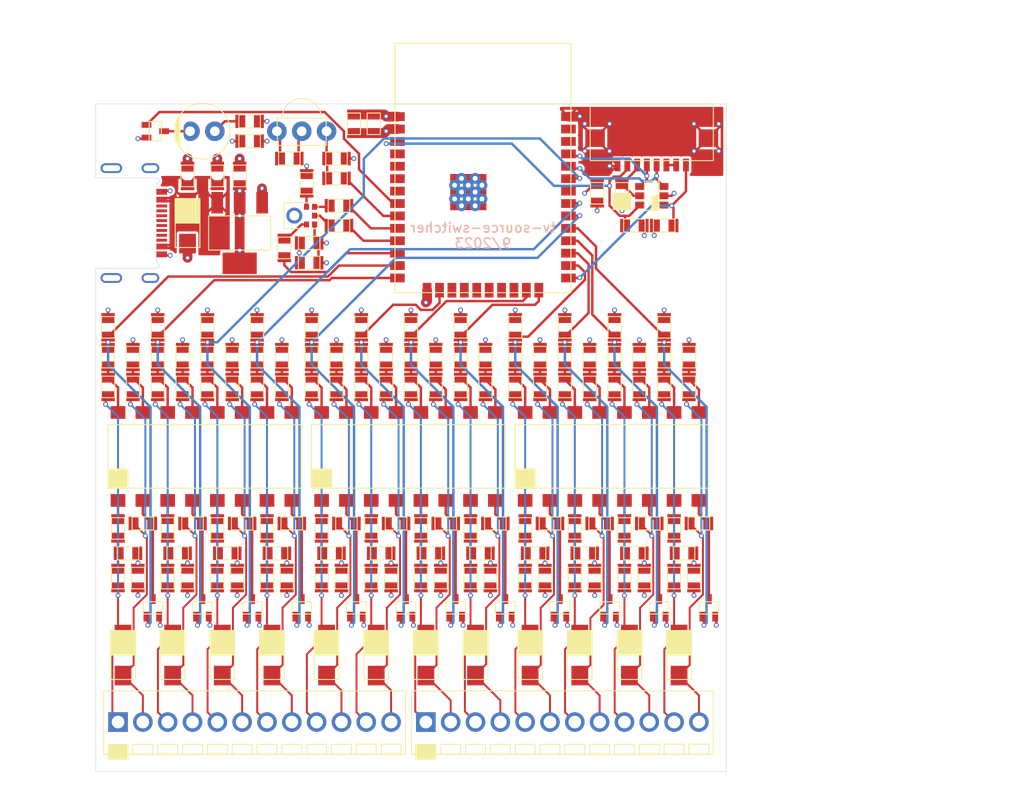
<source format=kicad_pcb>
(kicad_pcb (version 20221018) (generator pcbnew)
  (layers (0 "F.Cu" signal) (1 "In1.Cu" signal) (2 "In2.Cu" signal) (31 "B.Cu" signal) (34 "B.Paste" user) (35 "F.Paste" user) (36 "B.SilkS" user "B.Silkscreen") (37 "F.SilkS" user "F.Silkscreen") (38 "B.Mask" user) (39 "F.Mask" user) (44 "Edge.Cuts" user))
  (net 0 "")
  (net 1 "GND")
  (net 2 "+3V3")
  (net 3 "+5V")
  (net 4 "/Microcontroller/IO0")
  (net 5 "/Microcontroller/EN")
  (net 6 "/Microcontroller/TXD")
  (net 7 "Net-(D1-K)")
  (net 8 "/Microcontroller/RXD")
  (net 9 "Net-(D1-A)")
  (net 10 "Net-(D3-VP)")
  (net 11 "/Channel 0/+")
  (net 12 "/Channel 0/-")
  (net 13 "/Channel 1/+")
  (net 14 "/Channel 1/-")
  (net 15 "/Channel 2/+")
  (net 16 "/Channel 2/-")
  (net 17 "/Channel 3/+")
  (net 18 "/Channel 3/-")
  (net 19 "/Channel 4/+")
  (net 20 "/Channel 4/-")
  (net 21 "/Channel 5/+")
  (net 22 "/Channel 5/-")
  (net 23 "/Channel 6/+")
  (net 24 "/Channel 6/-")
  (net 25 "/Channel 7/+")
  (net 26 "/Channel 7/-")
  (net 27 "/Channel 8/+")
  (net 28 "/Channel 8/-")
  (net 29 "/Channel 9/+")
  (net 30 "/Channel 9/-")
  (net 31 "/Channel 10/+")
  (net 32 "/Channel 10/-")
  (net 33 "/Channel 11/+")
  (net 34 "/Channel 11/-")
  (net 35 "Net-(J1-P2)")
  (net 44 "Net-(OP1A-A)")
  (net 45 "Net-(OP1A-K)")
  (net 46 "Net-(OP1B-A)")
  (net 47 "Net-(OP1B-K)")
  (net 48 "Net-(OP1C-A)")
  (net 49 "Net-(OP1C-K)")
  (net 50 "Net-(OP1D-A)")
  (net 51 "Net-(OP1D-K)")
  (net 52 "Net-(OP1D-E)")
  (net 53 "Net-(OP1D-C)")
  (net 54 "Net-(OP1C-E)")
  (net 55 "Net-(OP1C-C)")
  (net 56 "Net-(OP1B-E)")
  (net 57 "Net-(OP1B-C)")
  (net 58 "Net-(OP1A-E)")
  (net 59 "Net-(OP1A-C)")
  (net 60 "Net-(OP2A-A)")
  (net 61 "Net-(OP2A-K)")
  (net 62 "Net-(OP2B-A)")
  (net 63 "Net-(OP2B-K)")
  (net 64 "Net-(OP2C-A)")
  (net 65 "Net-(OP2C-K)")
  (net 66 "Net-(OP2D-A)")
  (net 67 "Net-(OP2D-K)")
  (net 68 "Net-(OP2D-E)")
  (net 69 "Net-(OP2D-C)")
  (net 70 "Net-(OP2C-E)")
  (net 71 "Net-(OP2C-C)")
  (net 72 "Net-(OP2B-E)")
  (net 73 "Net-(OP2B-C)")
  (net 74 "Net-(OP2A-E)")
  (net 75 "Net-(OP2A-C)")
  (net 76 "Net-(OP3A-A)")
  (net 77 "Net-(OP3A-K)")
  (net 78 "Net-(OP3B-A)")
  (net 79 "Net-(OP3B-K)")
  (net 80 "Net-(OP3C-A)")
  (net 81 "Net-(OP3C-K)")
  (net 82 "Net-(OP3D-A)")
  (net 83 "Net-(OP3D-K)")
  (net 84 "Net-(OP3D-E)")
  (net 85 "Net-(OP3D-C)")
  (net 86 "Net-(OP3C-E)")
  (net 87 "Net-(OP3C-C)")
  (net 88 "Net-(OP3B-E)")
  (net 89 "Net-(OP3B-C)")
  (net 90 "Net-(OP3A-E)")
  (net 91 "Net-(OP3A-C)")
  (net 92 "/Channel 0/MCU")
  (net 93 "/Channel 1/MCU")
  (net 94 "/Channel 2/MCU")
  (net 95 "/Channel 3/MCU")
  (net 96 "/Channel 4/MCU")
  (net 97 "/Channel 5/MCU")
  (net 98 "/Channel 6/MCU")
  (net 99 "/Channel 7/MCU")
  (net 100 "/Channel 8/MCU")
  (net 101 "/Channel 9/MCU")
  (net 102 "/Channel 10/MCU")
  (net 103 "/Channel 11/MCU")
  (net 104 "/Infrared/OUT")
  (net 105 "Net-(R106-Pad1)")
  (net 106 "Net-(R107-Pad1)")
  (net 107 "Net-(R108-Pad1)")
  (net 108 "Net-(R109-Pad1)")
  (net 109 "Net-(R110-Pad1)")
  (net 110 "Net-(R111-Pad1)")
  (net 111 "Net-(R100-Pad2)")
  (net 112 "Net-(R101-Pad2)")
  (net 113 "Net-(R102-Pad2)")
  (net 114 "Net-(R103-Pad2)")
  (net 115 "Net-(R104-Pad2)")
  (net 116 "Net-(R105-Pad2)")
  (net 117 "Net-(U2-OUT)")
  (net 118 "/Infrared/IN")
  (net 119 "Net-(U3-SELECT)")
  (net 120 "/Microcontroller/WS")
  (net 121 "Net-(U3-WS)")
  (net 122 "/Microcontroller/BCLK")
  (net 123 "Net-(U3-BCLK)")
  (net 124 "/Microcontroller/DIN")
  (net 125 "Net-(U3-DATA_OUT)")
  (footprint "zandmd:CM1293A-04SO" (layer "F.Cu") (at 127.762 38.354 90)
    (fp_text reference "D3")
    (fp_text value "CM1293A-04SO")
  )
  (footprint "zandmd:PASSIVE-NPOL-0805" (layer "F.Cu") (at 98.044 54.864 -90)
    (fp_text reference "R32")
    (fp_text value "0")
  )
  (footprint "zandmd:LTV-847S" (layer "F.Cu") (at 123.698 65.024)
    (fp_text reference "OP3")
    (fp_text value "LTV-847S")
  )
  (footprint "zandmd:PASSIVE-NPOL-0805" (layer "F.Cu") (at 80.772 71.882 180)
    (fp_text reference "R71")
    (fp_text value "0")
  )
  (footprint "zandmd:PASSIVE-NPOL-0805" (layer "F.Cu") (at 100.584 54.864 90)
    (fp_text reference "R33")
    (fp_text value "0")
  )
  (footprint "zandmd:PASSIVE-NPOL-0805" (layer "F.Cu") (at 92.964 54.864 -90)
    (fp_text reference "R30")
    (fp_text value "0")
  )
  (footprint "zandmd:PASSIVE-NPOL-0805" (layer "F.Cu") (at 90.17 43.688 90)
    (fp_text reference "R9")
    (fp_text value "51")
  )
  (footprint "zandmd:PASSIVE-NPOL-0805" (layer "F.Cu") (at 85.598 36.322 -90)
    (fp_text reference "C7")
    (fp_text value "22 uF")
  )
  (footprint "zandmd:BSS816NWH6327XTSA1" (layer "F.Cu") (at 102.616 80.518)
    (fp_text reference "Q7")
    (fp_text value "BSS816NWH6327XTSA1")
  )
  (footprint "zandmd:BSS816NWH6327XTSA1" (layer "F.Cu") (at 128.524 80.518)
    (fp_text reference "Q12")
    (fp_text value "BSS816NWH6327XTSA1")
  )
  (footprint "zandmd:PASSIVE-NPOL-0805" (layer "F.Cu") (at 89.916 54.864 90)
    (fp_text reference "R29")
    (fp_text value "0")
  )
  (footprint "zandmd:SMAJ5.0A" (layer "F.Cu") (at 109.728 85.344 -90)
    (fp_text reference "D12")
    (fp_text value "SMAJ5.0A")
  )
  (footprint "zandmd:SMAJ5.0A" (layer "F.Cu") (at 83.82 85.344 -90)
    (fp_text reference "D7")
    (fp_text value "SMAJ5.0A")
  )
  (footprint "zandmd:PASSIVE-NPOL-0805" (layer "F.Cu") (at 77.216 54.864 -90)
    (fp_text reference "R24")
    (fp_text value "0")
  )
  (footprint "zandmd:PASSIVE-NPOL-0805" (layer "F.Cu") (at 100.584 57.912 90)
    (fp_text reference "R57")
    (fp_text value "0")
  )
  (footprint "zandmd:PASSIVE-NPOL-0805" (layer "F.Cu") (at 103.124 54.864 -90)
    (fp_text reference "R34")
    (fp_text value "0")
  )
  (footprint "zandmd:SMAJ5.0A" (layer "F.Cu") (at 73.66 85.344 -90)
    (fp_text reference "D5")
    (fp_text value "SMAJ5.0A")
  )
  (footprint "zandmd:PASSIVE-NPOL-0805" (layer "F.Cu") (at 89.916 57.912 90)
    (fp_text reference "R53")
    (fp_text value "0")
  )
  (footprint "zandmd:PASSIVE-NPOL-0805" (layer "F.Cu") (at 93.98 77.47 -90)
    (fp_text reference "R110")
    (fp_text value "0")
  )
  (footprint "zandmd:PASSIVE-NPOL-0805" (layer "F.Cu") (at 77.216 57.912 90)
    (fp_text reference "R48")
    (fp_text value "0")
  )
  (footprint "zandmd:LTV-847S" (layer "F.Cu") (at 82.042 65.024)
    (fp_text reference "OP1")
    (fp_text value "LTV-847S")
  )
  (footprint "zandmd:PASSIVE-NPOL-0805" (layer "F.Cu") (at 121.92 77.47 90)
    (fp_text reference "C20")
    (fp_text value "0.1 uF")
  )
  (footprint "zandmd:PASSIVE-NPOL-0805" (layer "F.Cu") (at 73.152 77.47 -90)
    (fp_text reference "R106")
    (fp_text value "0")
  )
  (footprint "zandmd:PASSIVE-NPOL-0805" (layer "F.Cu") (at 79.756 57.912 90)
    (fp_text reference "R49")
    (fp_text value "0")
  )
  (footprint "zandmd:PASSIVE-NPOL-0805" (layer "F.Cu") (at 131.572 54.864 90)
    (fp_text reference "R45")
    (fp_text value "0")
  )
  (footprint "zandmd:PASSIVE-NPOL-0805" (layer "F.Cu") (at 88.392 72.39 -90)
    (fp_text reference "R85")
    (fp_text value "68")
  )
  (footprint "zandmd:PASSIVE-NPOL-0805" (layer "F.Cu") (at 95.758 39.37 180)
    (fp_text reference "R5")
    (fp_text value "51")
  )
  (footprint "zandmd:BSS816NWH6327XTSA1" (layer "F.Cu") (at 86.868 80.518)
    (fp_text reference "Q4")
    (fp_text value "BSS816NWH6327XTSA1")
  )
  (footprint "zandmd:SMAJ5.0A" (layer "F.Cu") (at 80.264 41.148 -90)
    (fp_text reference "D4")
    (fp_text value "SMAJ5.0A")
  )
  (footprint "zandmd:PASSIVE-NPOL-0805" (layer "F.Cu") (at 85.344 77.47 90)
    (fp_text reference "C13")
    (fp_text value "0.1 uF")
  )
  (footprint "zandmd:PASSIVE-NPOL-0805" (layer "F.Cu") (at 109.22 72.39 -90)
    (fp_text reference "R89")
    (fp_text value "68")
  )
  (footprint "zandmd:PASSIVE-NPOL-0805" (layer "F.Cu") (at 116.332 57.912 90)
    (fp_text reference "R63")
    (fp_text value "0")
  )
  (footprint "zandmd:PASSIVE-NPOL-0805" (layer "F.Cu") (at 97.282 30.988 -90)
    (fp_text reference "C1")
    (fp_text value "22 uF")
  )
  (footprint "zandmd:PASSIVE-NPOL-0805" (layer "F.Cu") (at 86.614 30.734)
    (fp_text reference "R1")
    (fp_text value "27")
  )
  (footprint "zandmd:PASSIVE-NPOL-0805" (layer "F.Cu") (at 124.968 72.39 -90)
    (fp_text reference "R92")
    (fp_text value "68")
  )
  (footprint "zandmd:PASSIVE-NPOL-0805" (layer "F.Cu") (at 131.064 74.93 180)
    (fp_text reference "R105")
    (fp_text value "0")
  )
  (footprint "zandmd:BSS816NWH6327XTSA1" (layer "F.Cu") (at 107.696 80.518)
    (fp_text reference "Q8")
    (fp_text value "BSS816NWH6327XTSA1")
  )
  (footprint "zandmd:BSS816NWH6327XTSA1" (layer "F.Cu") (at 76.962 31.75 -90)
    (fp_text reference "Q1")
    (fp_text value "BSS816NWH6327XTSA1")
  )
  (footprint "zandmd:PASSIVE-NPOL-0805" (layer "F.Cu") (at 106.172 77.47 90)
    (fp_text reference "C17")
    (fp_text value "0.1 uF")
  )
  (footprint "zandmd:PASSIVE-NPOL-0805" (layer "F.Cu") (at 108.204 57.912 90)
    (fp_text reference "R60")
    (fp_text value "0")
  )
  (footprint "zandmd:PASSIVE-NPOL-0805" (layer "F.Cu") (at 99.314 30.988 -90)
    (fp_text reference "C2")
    (fp_text value "0.1 uF")
  )
  (footprint "zandmd:BSS816NWH6327XTSA1" (layer "F.Cu") (at 112.776 80.518)
    (fp_text reference "Q9")
    (fp_text value "BSS816NWH6327XTSA1")
  )
  (footprint "zandmd:BSS816NWH6327XTSA1" (layer "F.Cu") (at 97.536 80.518)
    (fp_text reference "Q6")
    (fp_text value "BSS816NWH6327XTSA1")
  )
  (footprint "zandmd:PASSIVE-NPOL-0805" (layer "F.Cu") (at 75.184 77.47 90)
    (fp_text reference "C11")
    (fp_text value "0.1 uF")
  )
  (footprint "zandmd:BSS816NWH6327XTSA1" (layer "F.Cu") (at 133.604 80.518)
    (fp_text reference "Q13")
    (fp_text value "BSS816NWH6327XTSA1")
  )
  (footprint "zandmd:PASSIVE-NPOL-0805" (layer "F.Cu") (at 119.888 72.39 -90)
    (fp_text reference "R91")
    (fp_text value "68")
  )
  (footprint "zandmd:PASSIVE-NPOL-0805" (layer "F.Cu") (at 118.872 57.912 90)
    (fp_text reference "R64")
    (fp_text value "0")
  )
  (footprint "zandmd:PASSIVE-NPOL-0805" (layer "F.Cu") (at 85.852 71.882 180)
    (fp_text reference "R72")
    (fp_text value "0")
  )
  (footprint "zandmd:PASSIVE-NPOL-0805" (layer "F.Cu") (at 129.032 54.864 -90)
    (fp_text reference "R44")
    (fp_text value "0")
  )
  (footprint "zandmd:PASSIVE-NPOL-0805" (layer "F.Cu") (at 124.968 77.47 -90)
    (fp_text reference "R116")
    (fp_text value "0")
  )
  (footprint "zandmd:PASSIVE-NPOL-0805" (layer "F.Cu") (at 114.808 72.39 -90)
    (fp_text reference "R90")
    (fp_text value "68")
  )
  (footprint "zandmd:PASSIVE-NPOL-0805" (layer "F.Cu") (at 127.508 71.882 180)
    (fp_text reference "R80")
    (fp_text value "0")
  )
  (footprint "zandmd:SMAJ5.0A" (layer "F.Cu") (at 78.74 85.344 -90)
    (fp_text reference "D6")
    (fp_text value "SMAJ5.0A")
  )
  (footprint "zandmd:PASSIVE-NPOL-0805" (layer "F.Cu") (at 113.792 57.912 90)
    (fp_text reference "R62")
    (fp_text value "0")
  )
  (footprint "zandmd:PASSIVE-NPOL-0805" (layer "F.Cu") (at 116.84 77.47 90)
    (fp_text reference "C19")
    (fp_text value "0.1 uF")
  )
  (footprint "zandmd:PASSIVE-NPOL-0805" (layer "F.Cu") (at 92.964 51.816 90)
    (fp_text reference "R14")
    (fp_text value "10k")
  )
  (footprint "zandmd:PASSIVE-NPOL-0805" (layer "F.Cu") (at 74.676 57.912 90)
    (fp_text reference "R47")
    (fp_text value "0")
  )
  (footprint "zandmd:PASSIVE-NPOL-0805" (layer "F.Cu") (at 80.264 77.47 90)
    (fp_text reference "C12")
    (fp_text value "0.1 uF")
  )
  (footprint "zandmd:PASSIVE-NPOL-0805" (layer "F.Cu") (at 92.71 45.212)
    (fp_text reference "C10")
    (fp_text value "0.1 uF")
  )
  (footprint "zandmd:PASSIVE-NPOL-0805" (layer "F.Cu") (at 129.032 41.402 180)
    (fp_text reference "R8")
    (fp_text value "10k")
  )
  (footprint "zandmd:PASSIVE-NPOL-0805" (layer "F.Cu") (at 90.932 71.882 180)
    (fp_text reference "R73")
    (fp_text value "0")
  )
  (footprint "zandmd:PASSIVE-NPOL-0805" (layer "F.Cu") (at 130.048 77.47 -90)
    (fp_text reference "R117")
    (fp_text value "0")
  )
  (footprint "zandmd:PASSIVE-NPOL-0805" (layer "F.Cu") (at 84.836 54.864 90)
    (fp_text reference "R27")
    (fp_text value "0")
  )
  (footprint "zandmd:PASSIVE-NPOL-0805" (layer "F.Cu") (at 104.14 72.39 -90)
    (fp_text reference "R88")
    (fp_text value "68")
  )
  (footprint "zandmd:SMAJ5.0A" (layer "F.Cu") (at 104.648 85.344 -90)
    (fp_text reference "D11")
    (fp_text value "SMAJ5.0A")
  )
  (footprint "zandmd:PASSIVE-NPOL-0805" (layer "F.Cu") (at 113.792 54.864 -90)
    (fp_text reference "R38")
    (fp_text value "0")
  )
  (footprint "zandmd:PASSIVE-NPOL-0805" (layer "F.Cu") (at 121.412 54.864 90)
    (fp_text reference "R41")
    (fp_text value "0")
  )
  (footprint "zandmd:PASSIVE-NPOL-0805" (layer "F.Cu") (at 79.756 54.864 90)
    (fp_text reference "R25")
    (fp_text value "0")
  )
  (footprint "zandmd:PASSIVE-NPOL-0805" (layer "F.Cu") (at 129.032 57.912 90)
    (fp_text reference "R68")
    (fp_text value "0")
  )
  (footprint "zandmd:PASSIVE-NPOL-0805" (layer "F.Cu") (at 103.124 57.912 90)
    (fp_text reference "R58")
    (fp_text value "0")
  )
  (footprint "zandmd:PASSIVE-NPOL-0805" (layer "F.Cu") (at 125.984 41.402)
    (fp_text reference "R7")
    (fp_text value "10k")
  )
  (footprint "zandmd:SMAJ5.0A" (layer "F.Cu") (at 99.568 85.344 -90)
    (fp_text reference "D10")
    (fp_text value "SMAJ5.0A")
  )
  (footprint "zandmd:PASSIVE-NPOL-0805" (layer "F.Cu") (at 111.76 71.882 180)
    (fp_text reference "R77")
    (fp_text value "0")
  )
  (footprint "zandmd:AZ1117IH-3.3TRG1" (layer "F.Cu") (at 85.598 42.164 180)
    (fp_text reference "U4")
    (fp_text value "AZ1117IH-3.3TRG1")
  )
  (footprint "zandmd:PASSIVE-NPOL-0805" (layer "F.Cu") (at 78.232 72.39 -90)
    (fp_text reference "R83")
    (fp_text value "68")
  )
  (footprint "zandmd:SPH0645LM4H-B" (layer "F.Cu") (at 91.186 40.386 -90)
    (fp_text reference "U3")
    (fp_text value "SPH0645LM4H-B")
  )
  (footprint "zandmd:SMAJ5.0A" (layer "F.Cu") (at 120.396 85.344 -90)
    (fp_text reference "D14")
    (fp_text value "SMAJ5.0A")
  )
  (footprint "zandmd:PASSIVE-NPOL-0805" (layer "F.Cu") (at 95.504 36.576 180)
    (fp_text reference "R3")
    (fp_text value "10k")
  )
  (footprint "zandmd:PASSIVE-NPOL-0805" (layer "F.Cu") (at 92.964 57.912 90)
    (fp_text reference "R54")
    (fp_text value "0")
  )
  (footprint "zandmd:PASSIVE-NPOL-0805" (layer "F.Cu") (at 132.08 77.47 90)
    (fp_text reference "C22")
    (fp_text value "0.1 uF")
  )
  (footprint "zandmd:ESP32-WROOM-32E-N4" (layer "F.Cu") (at 110.49 28.956)
    (fp_text reference "U1")
    (fp_text value "ESP32-WROOM-32E-N4")
  )
  (footprint "zandmd:PASSIVE-NPOL-0805" (layer "F.Cu") (at 132.588 71.882 180)
    (fp_text reference "R81")
    (fp_text value "0")
  )
  (footprint "zandmd:PASSIVE-NPOL-0805" (layer "F.Cu") (at 74.168 74.93 180)
    (fp_text reference "R94")
    (fp_text value "0")
  )
  (footprint "zandmd:PASSIVE-NPOL-0805" (layer "F.Cu") (at 84.836 57.912 90)
    (fp_text reference "R51")
    (fp_text value "0")
  )
  (footprint "zandmd:PASSIVE-NPOL-0805" (layer "F.Cu") (at 126.492 54.864 90)
    (fp_text reference "R43")
    (fp_text value "0")
  )
  (footprint "zandmd:PASSIVE-NPOL-0805" (layer "F.Cu") (at 95.504 34.544)
    (fp_text reference "R2")
    (fp_text value "10k")
  )
  (footprint "zandmd:SMAJ5.0A" (layer "F.Cu") (at 88.9 85.344 -90)
    (fp_text reference "D8")
    (fp_text value "SMAJ5.0A")
  )
  (footprint "zandmd:PASSIVE-NPOL-0805" (layer "F.Cu") (at 120.904 74.93 180)
    (fp_text reference "R103")
    (fp_text value "0")
  )
  (footprint "zandmd:PASSIVE-NPOL-0805" (layer "F.Cu") (at 105.156 74.93 180)
    (fp_text reference "R100")
    (fp_text value "0")
  )
  (footprint "zandmd:PASSIVE-NPOL-0805" (layer "F.Cu") (at 75.692 71.882 180)
    (fp_text reference "R70")
    (fp_text value "0")
  )
  (footprint "zandmd:PASSIVE-NPOL-0805" (layer "F.Cu") (at 131.572 57.912 90)
    (fp_text reference "R69")
    (fp_text value "0")
  )
  (footprint "zandmd:PASSIVE-NPOL-0805" (layer "F.Cu") (at 98.044 57.912 90)
    (fp_text reference "R56")
    (fp_text value "0")
  )
  (footprint "zandmd:PASSIVE-NPOL-0805" (layer "F.Cu") (at 96.012 77.47 90)
    (fp_text reference "C15")
    (fp_text value "0.1 uF")
  )
  (footprint "zandmd:BSS816NWH6327XTSA1" (layer "F.Cu") (at 81.788 80.518)
    (fp_text reference "Q3")
    (fp_text value "BSS816NWH6327XTSA1")
  )
  (footprint "zandmd:PASSIVE-NPOL-0805" (layer "F.Cu") (at 108.204 54.864 -90)
    (fp_text reference "R36")
    (fp_text value "0")
  )
  (footprint "zandmd:SMAJ5.0A" (layer "F.Cu") (at 125.476 85.344 -90)
    (fp_text reference "D15")
    (fp_text value "SMAJ5.0A")
  )
  (footprint "zandmd:PASSIVE-NPOL-0805" (layer "F.Cu") (at 130.048 72.39 -90)
    (fp_text reference "R93")
    (fp_text value "68")
  )
  (footprint "zandmd:SMAJ5.0A" (layer "F.Cu") (at 115.316 85.344 -90)
    (fp_text reference "D13")
    (fp_text value "SMAJ5.0A")
  )
  (footprint "zandmd:PASSIVE-NPOL-0805" (layer "F.Cu") (at 92.71 43.18)
    (fp_text reference "C9")
    (fp_text value "220 pF")
  )
  (footprint "zandmd:PASSIVE-NPOL-0805" (layer "F.Cu") (at 73.152 72.39 -90)
    (fp_text reference "R82")
    (fp_text value "68")
  )
  (footprint "zandmd:LTV-847S" (layer "F.Cu") (at 102.87 65.024)
    (fp_text reference "OP2")
    (fp_text value "LTV-847S")
  )
  (footprint "zandmd:SMAJ5.0A" (layer "F.Cu") (at 130.556 85.344 -90)
    (fp_text reference "D16")
    (fp_text value "SMAJ5.0A")
  )
  (footprint "zandmd:PASSIVE-NPOL-0805" (layer "F.Cu") (at 118.872 54.864 -90)
    (fp_text reference "R40")
    (fp_text value "0")
  )
  (footprint "zandmd:PASSIVE-NPOL-0805" (layer "F.Cu") (at 100.076 74.93 180)
    (fp_text reference "R99")
    (fp_text value "0")
  )
  (footprint "zandmd:PASSIVE-POL-0805" (layer "F.Cu") (at 124.714 38.1 90)
    (fp_text reference "D2")
    (fp_text value "~")
  )
  (footprint "zandmd:PASSIVE-NPOL-0805" (layer "F.Cu") (at 80.264 36.322 -90)
    (fp_text reference "C5")
    (fp_text value "1 uF")
  )
  (footprint "zandmd:PASSIVE-NPOL-0805" (layer "F.Cu") (at 111.252 77.47 90)
    (fp_text reference "C18")
    (fp_text value "0.1 uF")
  )
  (footprint "zandmd:PASSIVE-NPOL-0805" (layer "F.Cu") (at 87.376 57.912 90)
    (fp_text reference "R52")
    (fp_text value "0")
  )
  (footprint "zandmd:PASSIVE-NPOL-0805" (layer "F.Cu") (at 123.952 51.816 90)
    (fp_text reference "R20")
    (fp_text value "10k")
  )
  (footprint "zandmd:PASSIVE-NPOL-0805" (layer "F.Cu") (at 74.676 54.864 90)
    (fp_text reference "R23")
    (fp_text value "0")
  )
  (footprint "zandmd:PASSIVE-NPOL-0805" (layer "F.Cu") (at 126.492 57.912 90)
    (fp_text reference "R67")
    (fp_text value "0")
  )
  (footprint "zandmd:USB4520-03-0-A" (layer "F.Cu") (at 70.866 41.148 -90)
    (fp_text reference "J2")
    (fp_text value "USB4520-03-0-A")
    (fp_line (start -4.62 0) (end -4.62 -6.2) (stroke (width 0.05)) (layer "Edge.Cuts"))
    (fp_line (start -4.02 -6.2) (end 4.02 -6.2) (stroke (width 0.05)) (layer "Edge.Cuts"))
    (fp_line (start 4.62 0) (end 4.62 -6.2) (stroke (width 0.05)) (layer "Edge.Cuts"))
    (fp_arc (start -4.62 -6.2) (mid -4.32 -6.5) (end -4.02 -6.2) (stroke (width 0.05)) (layer "Edge.Cuts"))
    (fp_arc (start 4.02 -6.2) (mid 4.32 -6.5) (end 4.62 -6.2) (stroke (width 0.05)) (layer "Edge.Cuts"))
  )
  (footprint "zandmd:BSS816NWH6327XTSA1" (layer "F.Cu") (at 76.708 80.518)
    (fp_text reference "Q2")
    (fp_text value "BSS816NWH6327XTSA1")
  )
  (footprint "zandmd:PASSIVE-NPOL-0805" (layer "F.Cu") (at 110.744 54.864 90)
    (fp_text reference "R37")
    (fp_text value "0")
  )
  (footprint "zandmd:PASSIVE-NPOL-0805" (layer "F.Cu") (at 87.376 51.816 90)
    (fp_text reference "R13")
    (fp_text value "10k")
  )
  (footprint "zandmd:PASSIVE-NPOL-0805" (layer "F.Cu") (at 87.376 54.864 -90)
    (fp_text reference "R28")
    (fp_text value "0")
  )
  (footprint "zandmd:PASSIVE-NPOL-0805" (layer "F.Cu") (at 94.996 74.93 180)
    (fp_text reference "R98")
    (fp_text value "0")
  )
  (footprint "zandmd:PASSIVE-NPOL-0805" (layer "F.Cu") (at 99.06 72.39 -90)
    (fp_text reference "R87")
    (fp_text value "68")
  )
  (footprint "zandmd:PASSIVE-NPOL-0805" (layer "F.Cu") (at 105.664 54.864 90)
    (fp_text reference "R35")
    (fp_text value "0")
  )
  (footprint "zandmd:PASSIVE-NPOL-0805" (layer "F.Cu") (at 83.312 77.47 -90)
    (fp_text reference "R108")
    (fp_text value "0")
  )
  (footprint "zandmd:PASSIVE-NPOL-0805" (layer "F.Cu") (at 119.888 77.47 -90)
    (fp_text reference "R115")
    (fp_text value "0")
  )
  (footprint "zandmd:PASSIVE-NPOL-0805" (layer "F.Cu") (at 110.744 57.912 90)
    (fp_text reference "R61")
    (fp_text value "0")
  )
  (footprint "zandmd:PASSIVE-NPOL-0805" (layer "F.Cu") (at 118.872 51.816 90)
    (fp_text reference "R19")
    (fp_text value "10k")
  )
  (footprint "zandmd:PASSIVE-NPOL-0805" (layer "F.Cu") (at 72.136 57.912 90)
    (fp_text reference "R46")
    (fp_text value "0")
  )
  (footprint "zandmd:PASSIVE-NPOL-0805" (layer "F.Cu") (at 95.758 41.402 180)
    (fp_text reference "R6")
    (fp_text value "51")
  )
  (footprint "zandmd:PASSIVE-NPOL-0805" (layer "F.Cu") (at 82.296 57.912 90)
    (fp_text reference "R50")
    (fp_text value "0")
  )
  (footprint "zandmd:PASSIVE-NPOL-0805" (layer "F.Cu") (at 82.296 54.864 -90)
    (fp_text reference "R26")
    (fp_text value "0")
  )
  (footprint "zandmd:PASSIVE-NPOL-0805" (layer "F.Cu") (at 127 77.47 90)
    (fp_text reference "C21")
    (fp_text value "0.1 uF")
  )
  (footprint "zandmd:PASSIVE-NPOL-0805" (layer "F.Cu") (at 83.312 36.322 -90)
    (fp_text reference "C6")
    (fp_text value "10 uF")
  )
  (footprint "zandmd:BSS816NWH6327XTSA1" (layer "F.Cu") (at 91.948 80.518)
    (fp_text reference "Q5")
    (fp_text value "BSS816NWH6327XTSA1")
  )
  (footprint "zandmd:PASSIVE-NPOL-0805" (layer "F.Cu") (at 117.348 71.882 180)
    (fp_text reference "R78")
    (fp_text value "0")
  )
  (footprint "zandmd:OSTVN12A150" (layer "F.Cu") (at 118.618 92.202)
    (fp_text reference "J4")
    (fp_text value "OSTVN12A150")
  )
  (footprint "zandmd:PASSIVE-NPOL-0805" (layer "F.Cu") (at 105.664 57.912 90)
    (fp_text reference "R59")
    (fp_text value "0")
  )
  (footprint "zandmd:PASSIVE-NPOL-0805" (layer "F.Cu") (at 86.614 32.766)
    (fp_text reference "C3")
    (fp_text value "0.1 uF")
  )
  (footprint "zandmd:PASSIVE-NPOL-0805" (layer "F.Cu") (at 116.332 54.864 90)
    (fp_text reference "R39")
    (fp_text value "0")
  )
  (footprint "zandmd:TSOP38238" (layer "F.Cu") (at 91.948 31.75 180)
    (fp_text reference "U2")
    (fp_text value "TSOP38238")
  )
  (footprint "zandmd:PASSIVE-NPOL-0805" (layer "F.Cu") (at 90.678 34.544 180)
    (fp_text reference "C4")
    (fp_text value "0.1 uF")
  )
  (footprint "zandmd:PASSIVE-NPOL-0805" (layer "F.Cu") (at 72.136 51.816 90)
    (fp_text reference "R10")
    (fp_text value "10k")
  )
  (footprint "zandmd:PASSIVE-NPOL-0805" (layer "F.Cu") (at 110.236 74.93 180)
    (fp_text reference "R101")
    (fp_text value "0")
  )
  (footprint "zandmd:PASSIVE-NPOL-0805" (layer "F.Cu") (at 99.06 77.47 -90)
    (fp_text reference "R111")
    (fp_text value "0")
  )
  (footprint "zandmd:PASSIVE-NPOL-0805" (layer "F.Cu") (at 95.504 54.864 90)
    (fp_text reference "R31")
    (fp_text value "0")
  )
  (footprint "zandmd:PASSIVE-NPOL-0805" (layer "F.Cu") (at 90.424 77.47 90)
    (fp_text reference "C14")
    (fp_text value "0.1 uF")
  )
  (footprint "zandmd:PASSIVE-NPOL-0805" (layer "F.Cu") (at 125.984 74.93 180)
    (fp_text reference "R104")
    (fp_text value "0")
  )
  (footprint "zandmd:PASSIVE-NPOL-0805" (layer "F.Cu") (at 84.328 74.93 180)
    (fp_text reference "R96")
    (fp_text value "0")
  )
  (footprint "zandmd:PASSIVE-NPOL-0805" (layer "F.Cu") (at 72.136 54.864 -90)
    (fp_text reference "R22")
    (fp_text value "0")
  )
  (footprint "zandmd:PASSIVE-NPOL-0805" (layer "F.Cu") (at 113.792 51.816 90)
    (fp_text reference "R18")
    (fp_text value "10k")
  )
  (footprint "zandmd:PASSIVE-NPOL-0805" (layer "F.Cu") (at 95.504 57.912 90)
    (fp_text reference "R55")
    (fp_text value "0")
  )
  (footprint "zandmd:PASSIVE-NPOL-0805" (layer "F.Cu") (at 98.044 51.816 90)
    (fp_text reference "R15")
    (fp_text value "10k")
  )
  (footprint "zandmd:PASSIVE-NPOL-0805" (layer "F.Cu") (at 101.6 71.882 180)
    (fp_text reference "R75")
    (fp_text value "0")
  )
  (footprint "zandmd:PASSIVE-NPOL-0805" (layer "F.Cu") (at 129.032 51.816 90)
    (fp_text reference "R21")
    (fp_text value "10k")
  )
  (footprint "zandmd:BSS816NWH6327XTSA1" (layer "F.Cu") (at 118.364 80.518)
    (fp_text reference "Q10")
    (fp_text value "BSS816NWH6327XTSA1")
  )
  (footprint "zandmd:SMAJ5.0A" (layer "F.Cu") (at 94.488 85.344 -90)
    (fp_text reference "D9")
    (fp_text value "SMAJ5.0A")
  )
  (footprint "zandmd:PASSIVE-NPOL-0805" (layer "F.Cu") (at 122.428 71.882 180)
    (fp_text reference "R79")
    (fp_text value "0")
  )
  (footprint "zandmd:PASSIVE-POL-LED-5.7MM" (layer "F.Cu") (at 81.788 31.75)
    (fp_text reference "D1")
    (fp_text value "BIR-BM53E4G-2")
  )
  (footprint "zandmd:PASSIVE-NPOL-0805" (layer "F.Cu") (at 106.68 71.882 180)
    (fp_text reference "R76")
    (fp_text value "0")
  )
  (footprint "zandmd:PASSIVE-NPOL-0805" (layer "F.Cu") (at 79.248 74.93 180)
    (fp_text reference "R95")
    (fp_text value "0")
  )
  (footprint "zandmd:PASSIVE-NPOL-0805" (layer "F.Cu") (at 83.312 72.39 -90)
    (fp_text reference "R84")
    (fp_text value "68")
  )
  (footprint "zandmd:PASSIVE-NPOL-0805" (layer "F.Cu") (at 88.392 77.47 -90)
    (fp_text reference "R109")
    (fp_text value "0")
  )
  (footprint "zandmd:PASSIVE-NPOL-0805" (layer "F.Cu") (at 122.174 38.1 -90)
    (fp_text reference "C8")
    (fp_text value "1 uF")
  )
  (footprint "zandmd:PASSIVE-NPOL-0805" (layer "F.Cu") (at 101.092 77.47 90)
    (fp_text reference "C16")
    (fp_text value "0.1 uF")
  )
  (footprint "zandmd:PASSIVE-NPOL-0805" (layer "F.Cu") (at 123.952 57.912 90)
    (fp_text reference "R66")
    (fp_text value "0")
  )
  (footprint "zandmd:PASSIVE-NPOL-0805" (layer "F.Cu") (at 78.232 77.47 -90)
    (fp_text reference "R107")
    (fp_text value "0")
  )
  (footprint "zandmd:CF25081D0R0-10-NH" (layer "F.Cu") (at 127.762 28.956 180)
    (fp_text reference "J1")
    (fp_text value "CF25081D0R0-10-NH")
  )
  (footprint "zandmd:PASSIVE-NPOL-0805" (layer "F.Cu") (at 121.412 57.912 90)
    (fp_text reference "R65")
    (fp_text value "0")
  )
  (footprint "zandmd:PASSIVE-NPOL-0805" (layer "F.Cu") (at 92.456 37.084 -90)
    (fp_text reference "R4")
    (fp_text value "10k")
  )
  (footprint "zandmd:PASSIVE-NPOL-0805" (layer "F.Cu") (at 109.22 77.47 -90)
    (fp_text reference "R113")
    (fp_text value "0")
  )
  (footprint "zandmd:PASSIVE-NPOL-0805" (layer "F.Cu") (at 93.98 72.39 -90)
    (fp_text reference "R86")
    (fp_text value "68")
  )
  (footprint "zandmd:PASSIVE-NPOL-0805" (layer "F.Cu") (at 103.124 51.816 90)
    (fp_text reference "R16")
    (fp_text value "10k")
  )
  (footprint "zandmd:PASSIVE-NPOL-0805" (layer "F.Cu") (at 96.52 71.882 180)
    (fp_text reference "R74")
    (fp_text value "0")
  )
  (footprint "zandmd:PASSIVE-NPOL-0805" (layer "F.Cu") (at 123.952 54.864 -90)
    (fp_text reference "R42")
    (fp_text value "0")
  )
  (footprint "zandmd:PASSIVE-NPOL-0805" (layer "F.Cu") (at 82.296 51.816 90)
    (fp_text reference "R12")
    (fp_text value "10k")
  )
  (footprint "zandmd:PASSIVE-NPOL-0805" (layer "F.Cu") (at 77.216 51.816 90)
    (fp_text reference "R11")
    (fp_text value "10k")
  )
  (footprint "zandmd:PASSIVE-NPOL-0805" (layer "F.Cu") (at 115.824 74.93 180)
    (fp_text reference "R102")
    (fp_text value "0")
  )
  (footprint "zandmd:PASSIVE-NPOL-0805" (layer "F.Cu") (at 108.204 51.816 90)
    (fp_text reference "R17")
    (fp_text value "10k")
  )
  (footprint "zandmd:OSTVN12A150" (layer "F.Cu") (at 87.122 92.202)
    (fp_text reference "J3")
    (fp_text value "OSTVN12A150")
  )
  (footprint "zandmd:BSS816NWH6327XTSA1" (layer "F.Cu") (at 123.444 80.518)
    (fp_text reference "Q11")
    (fp_text value "BSS816NWH6327XTSA1")
  )
  (footprint "zandmd:PASSIVE-NPOL-0805" (layer "F.Cu") (at 89.408 74.93 180)
    (fp_text reference "R97")
    (fp_text value "0")
  )
  (footprint "zandmd:PASSIVE-NPOL-0805" (layer "F.Cu") (at 114.808 77.47 -90)
    (fp_text reference "R114")
    (fp_text value "0")
  )
  (footprint "zandmd:PASSIVE-NPOL-0805" (layer "F.Cu") (at 104.14 77.47 -90)
    (fp_text reference "R112")
    (fp_text value "0")
  )
  (gr_line (start 70.866 36.528) (end 70.866 28.956) (stroke (width 0.05)) (layer "Edge.Cuts"))
  (gr_line (start 135.382 28.956) (end 135.382 97.282) (stroke (width 0.05)) (layer "Edge.Cuts"))
  (gr_line (start 70.866 97.282) (end 70.866 45.768) (stroke (width 0.05)) (layer "Edge.Cuts"))
  (gr_line (start 70.866 28.956) (end 135.382 28.956) (stroke (width 0.05)) (layer "Edge.Cuts"))
  (gr_line (start 135.382 97.282) (end 70.866 97.282) (stroke (width 0.05)) (layer "Edge.Cuts"))
  (gr_text "tv-source-switcher\n9/2023" (at 110.49 42.418) (layer "B.SilkS") (effects (font (size 1 1) (thickness 0.153)) (justify mirror)))
  (segment (start 77.47 82.296) (end 77.47 81.53) (width 0.25) (layer "F.Cu") (net 1))
  (segment (start 126.492 53.086) (end 126.492 53.9135) (width 0.25) (layer "F.Cu") (net 1))
  (segment (start 119.24 30.256) (end 120.366 30.256) (width 1) (layer "F.Cu") (net 1))
  (segment (start 78.486 44.45) (end 77.664 44.45) (width 0.25) (layer "F.Cu") (net 1))
  (segment (start 87.884 39.05) (end 87.898 39.064) (width 1) (layer "F.Cu") (net 1))
  (segment (start 121.92 79.248) (end 121.92 78.4205) (width 0.25) (layer "F.Cu") (net 1))
  (segment (start 124.162 35.306) (end 124.262 35.206) (width 0.25) (layer "F.Cu") (net 1))
  (segment (start 83.312 34.544) (end 83.312 35.3715) (width 1) (layer "F.Cu") (net 1))
  (segment (start 91.694 45.1465) (end 91.7595 45.212) (width 0.25) (layer "F.Cu") (net 1))
  (segment (start 110.744 53.086) (end 110.744 53.9135) (width 0.25) (layer "F.Cu") (net 1))
  (segment (start 84.836 32.766) (end 85.6635 32.766) (width 0.25) (layer "F.Cu") (net 1))
  (segment (start 90.424 79.248) (end 90.424 78.4205) (width 0.25) (layer "F.Cu") (net 1))
  (segment (start 79.756 53.086) (end 79.756 53.9135) (width 0.25) (layer "F.Cu") (net 1))
  (segment (start 80.264 44.704) (end 80.264 43.248) (width 1) (layer "F.Cu") (net 1))
  (segment (start 91.694 44.196) (end 91.694 43.2455) (width 0.25) (layer "F.Cu") (net 1))
  (segment (start 127 79.248) (end 127 78.4205) (width 0.25) (layer "F.Cu") (net 1))
  (segment (start 87.63 81.53) (end 87.518 81.418) (width 0.25) (layer "F.Cu") (net 1))
  (segment (start 108.458 82.296) (end 108.458 81.53) (width 0.25) (layer "F.Cu") (net 1))
  (segment (start 99.314 30.0375) (end 100.3955 30.0375) (width 1) (layer "F.Cu") (net 1))
  (segment (start 87.884 37.592) (end 87.884 39.05) (width 1) (layer "F.Cu") (net 1))
  (segment (start 119.126 81.53) (end 119.014 81.418) (width 0.25) (layer "F.Cu") (net 1))
  (segment (start 132.08 79.248) (end 132.08 78.4205) (width 0.25) (layer "F.Cu") (net 1))
  (segment (start 111.252 79.248) (end 111.252 78.4205) (width 0.25) (layer "F.Cu") (net 1))
  (segment (start 103.378 81.53) (end 103.266 81.418) (width 0.25) (layer "F.Cu") (net 1))
  (segment (start 75.95 32.512) (end 76.062 32.4) (width 0.25) (layer "F.Cu") (net 1))
  (segment (start 123.444 35.306) (end 124.162 35.306) (width 0.25) (layer "F.Cu") (net 1))
  (segment (start 74.676 53.086) (end 74.676 53.9135) (width 0.25) (layer "F.Cu") (net 1))
  (segment (start 98.298 81.53) (end 98.186 81.418) (width 0.25) (layer "F.Cu") (net 1))
  (segment (start 108.458 81.53) (end 108.346 81.418) (width 0.25) (layer "F.Cu") (net 1))
  (segment (start 77.47 81.53) (end 77.358 81.418) (width 0.25) (layer "F.Cu") (net 1))
  (segment (start 134.366 82.296) (end 134.366 81.53) (width 0.25) (layer "F.Cu") (net 1))
  (segment (start 121.8545 37.1495) (end 120.904 38.1) (width 0.25) (layer "F.Cu") (net 1))
  (segment (start 92.456 35.306) (end 92.456 36.1335) (width 0.25) (layer "F.Cu") (net 1))
  (segment (start 113.538 81.53) (end 113.426 81.418) (width 0.25) (layer "F.Cu") (net 1))
  (segment (start 106.172 79.248) (end 106.172 78.4205) (width 0.25) (layer "F.Cu") (net 1))
  (segment (start 87.63 82.296) (end 87.63 81.53) (width 0.25) (layer "F.Cu") (net 1))
  (segment (start 100.584 53.086) (end 100.584 53.9135) (width 0.25) (layer "F.Cu") (net 1))
  (segment (start 77.664 44.45) (end 77.616 44.498) (width 0.25) (layer "F.Cu") (net 1))
  (segment (start 116.332 53.086) (end 116.332 53.9135) (width 0.25) (layer "F.Cu") (net 1))
  (segment (start 92.71 82.296) (end 92.71 81.53) (width 0.25) (layer "F.Cu") (net 1))
  (segment (start 122.174 37.1495) (end 121.8545 37.1495) (width 0.25) (layer "F.Cu") (net 1))
  (segment (start 121.412 53.086) (end 121.412 53.9135) (width 0.25) (layer "F.Cu") (net 1))
  (segment (start 129.286 81.53) (end 129.174 81.418) (width 0.25) (layer "F.Cu") (net 1))
  (segment (start 134.366 81.53) (end 134.254 81.418) (width 0.25) (layer "F.Cu") (net 1))
  (segment (start 80.264 79.248) (end 80.264 78.4205) (width 0.25) (layer "F.Cu") (net 1))
  (segment (start 89.916 53.086) (end 89.916 53.9135) (width 0.25) (layer "F.Cu") (net 1))
  (segment (start 85.344 79.248) (end 85.344 78.4205) (width 0.25) (layer "F.Cu") (net 1))
  (segment (start 77.664 37.846) (end 77.616 37.798) (width 0.25) (layer "F.Cu") (net 1))
  (segment (start 96.012 79.248) (end 96.012 78.4205) (width 0.25) (layer "F.Cu") (net 1))
  (segment (start 116.84 79.248) (end 116.84 78.4205) (width 0.25) (layer "F.Cu") (net 1))
  (segment (start 95.504 53.086) (end 95.504 53.9135) (width 0.25) (layer "F.Cu") (net 1))
  (segment (start 129.286 82.296) (end 129.286 81.53) (width 0.25) (layer "F.Cu") (net 1))
  (segment (start 75.184 79.248) (end 75.184 78.4205) (width 0.25) (layer "F.Cu") (net 1))
  (segment (start 92.71 81.53) (end 92.598 81.418) (width 0.25) (layer "F.Cu") (net 1))
  (segment (start 91.694 43.2455) (end 91.7595 43.18) (width 0.25) (layer "F.Cu") (net 1))
  (segment (start 103.378 82.296) (end 103.378 81.53) (width 0.25) (layer "F.Cu") (net 1))
  (segment (start 80.264 34.544) (end 80.264 35.3715) (width 1) (layer "F.Cu") (net 1))
  (segment (start 91.6285 32.0695) (end 91.948 31.75) (width 0.25) (layer "F.Cu") (net 1))
  (segment (start 85.598 34.544) (end 85.598 35.3715) (width 1) (layer "F.Cu") (net 1))
  (segment (start 119.27 30.226) (end 119.24 30.256) (width 0.25) (layer "F.Cu") (net 1))
  (segment (start 129.794 38.354) (end 130.048 38.1) (width 0.25) (layer "F.Cu") (net 1))
  (segment (start 124.206 81.53) (end 124.094 81.418) (width 0.25) (layer "F.Cu") (net 1))
  (segment (start 124.206 82.296) (end 124.206 81.53) (width 0.25) (layer "F.Cu") (net 1))
  (segment (start 82.55 82.296) (end 82.55 81.53) (width 0.25) (layer "F.Cu") (net 1))
  (segment (start 100.3955 30.0375) (end 100.584 30.226) (width 1) (layer "F.Cu") (net 1))
  (segment (start 120.366 30.256) (end 120.396 30.226) (width 1) (layer "F.Cu") (net 1))
  (segment (start 100.614 30.256) (end 100.584 30.226) (width 1) (layer "F.Cu") (net 1))
  (segment (start 84.836 53.086) (end 84.836 53.9135) (width 0.25) (layer "F.Cu") (net 1))
  (segment (start 113.538 82.296) (end 113.538 81.53) (width 0.25) (layer "F.Cu") (net 1))
  (segment (start 82.55 81.53) (end 82.438 81.418) (width 0.25) (layer "F.Cu") (net 1))
  (segment (start 91.694 44.196) (end 91.694 45.1465) (width 0.25) (layer "F.Cu") (net 1))
  (segment (start 78.486 37.846) (end 77.664 37.846) (width 0.25) (layer "F.Cu") (net 1))
  (segment (start 104.775 48.016) (end 104.775 49.149) (width 1) (layer "F.Cu") (net 1))
  (segment (start 91.6285 34.544) (end 91.6285 32.0695) (width 0.25) (layer "F.Cu") (net 1))
  (segment (start 98.298 82.296) (end 98.298 81.53) (width 0.25) (layer "F.Cu") (net 1))
  (segment (start 104.775 49.149) (end 104.648 49.276) (width 1) (layer "F.Cu") (net 1))
  (segment (start 128.962 38.354) (end 129.794 38.354) (width 0.25) (layer "F.Cu") (net 1))
  (segment (start 97.282 30.0375) (end 99.314 30.0375) (width 1) (layer "F.Cu") (net 1))
  (segment (start 101.74 30.256) (end 100.614 30.256) (width 1) (layer "F.Cu") (net 1))
  (segment (start 75.184 32.512) (end 75.95 32.512) (width 0.25) (layer "F.Cu") (net 1))
  (segment (start 131.572 53.086) (end 131.572 53.9135) (width 0.25) (layer "F.Cu") (net 1))
  (segment (start 105.664 53.086) (end 105.664 53.9135) (width 0.25) (layer "F.Cu") (net 1))
  (segment (start 101.092 79.248) (end 101.092 78.4205) (width 0.25) (layer "F.Cu") (net 1))
  (segment (start 119.126 82.296) (end 119.126 81.53) (width 0.25) (layer "F.Cu") (net 1))
  (via (at 126.492 53.086) (size 0.5) (drill 0.3) (layers "F.Cu" "B.Cu") (net 1))
  (via (at 103.378 82.296) (size 0.5) (drill 0.3) (layers "F.Cu" "B.Cu") (net 1))
  (via (at 120.904 38.1) (size 0.5) (drill 0.3) (layers "F.Cu" "B.Cu") (net 1))
  (via (at 116.332 53.086) (size 0.5) (drill 0.3) (layers "F.Cu" "B.Cu") (net 1))
  (via (at 80.264 34.544) (size 0.5) (drill 0.3) (layers "F.Cu" "B.Cu") (net 1))
  (via (at 89.916 53.086) (size 0.5) (drill 0.3) (layers "F.Cu" "B.Cu") (net 1))
  (via (at 121.412 53.086) (size 0.5) (drill 0.3) (layers "F.Cu" "B.Cu") (net 1))
  (via (at 104.648 49.276) (size 0.5) (drill 0.3) (layers "F.Cu" "B.Cu") (net 1))
  (via (at 78.486 37.846) (size 0.5) (drill 0.3) (layers "F.Cu" "B.Cu") (net 1))
  (via (at 120.904 30.988) (size 0.5) (drill 0.3) (layers "F.Cu" "B.Cu") (net 1))
  (via (at 123.444 33.782) (size 0.5) (drill 0.3) (layers "F.Cu" "B.Cu") (net 1))
  (via (at 121.92 79.248) (size 0.5) (drill 0.3) (layers "F.Cu" "B.Cu") (net 1))
  (via (at 119.126 82.296) (size 0.5) (drill 0.3) (layers "F.Cu" "B.Cu") (net 1))
  (via (at 83.312 34.544) (size 0.5) (drill 0.3) (layers "F.Cu" "B.Cu") (net 1))
  (via (at 123.444 35.306) (size 0.5) (drill 0.3) (layers "F.Cu" "B.Cu") (net 1))
  (via (at 85.598 34.544) (size 0.5) (drill 0.3) (layers "F.Cu" "B.Cu") (net 1))
  (via (at 105.664 53.086) (size 0.5) (drill 0.3) (layers "F.Cu" "B.Cu") (net 1))
  (via (at 101.092 79.248) (size 0.5) (drill 0.3) (layers "F.Cu" "B.Cu") (net 1))
  (via (at 134.62 33.782) (size 0.5) (drill 0.3) (layers "F.Cu" "B.Cu") (net 1))
  (via (at 127 79.248) (size 0.5) (drill 0.3) (layers "F.Cu" "B.Cu") (net 1))
  (via (at 92.71 82.296) (size 0.5) (drill 0.3) (layers "F.Cu" "B.Cu") (net 1))
  (via (at 134.62 30.988) (size 0.5) (drill 0.3) (layers "F.Cu" "B.Cu") (net 1))
  (via (at 113.538 82.296) (size 0.5) (drill 0.3) (layers "F.Cu" "B.Cu") (net 1))
  (via (at 77.47 82.296) (size 0.5) (drill 0.3) (layers "F.Cu" "B.Cu") (net 1))
  (via (at 116.84 79.248) (size 0.5) (drill 0.3) (layers "F.Cu" "B.Cu") (net 1))
  (via (at 98.298 82.296) (size 0.5) (drill 0.3) (layers "F.Cu" "B.Cu") (net 1))
  (via (at 80.264 79.248) (size 0.5) (drill 0.3) (layers "F.Cu" "B.Cu") (net 1))
  (via (at 95.504 53.086) (size 0.5) (drill 0.3) (layers "F.Cu" "B.Cu") (net 1))
  (via (at 79.756 53.086) (size 0.5) (drill 0.3) (layers "F.Cu" "B.Cu") (net 1))
  (via (at 82.55 82.296) (size 0.5) (drill 0.3) (layers "F.Cu" "B.Cu") (net 1))
  (via (at 84.836 32.766) (size 0.5) (drill 0.3) (layers "F.Cu" "B.Cu") (net 1))
  (via (at 132.08 33.782) (size 0.5) (drill 0.3) (layers "F.Cu" "B.Cu") (net 1))
  (via (at 132.08 30.988) (size 0.5) (drill 0.3) (layers "F.Cu" "B.Cu") (net 1))
  (via (at 75.184 79.248) (size 0.5) (drill 0.3) (layers "F.Cu" "B.Cu") (net 1))
  (via (at 78.486 44.45) (size 0.5) (drill 0.3) (layers "F.Cu" "B.Cu") (net 1))
  (via (at 130.048 38.1) (size 0.5) (drill 0.3) (layers "F.Cu" "B.Cu") (net 1))
  (via (at 132.08 79.248) (size 0.5) (drill 0.3) (layers "F.Cu" "B.Cu") (net 1))
  (via (at 91.694 44.196) (size 0.5) (drill 0.3) (layers "F.Cu" "B.Cu") (net 1))
  (via (at 108.458 82.296) (size 0.5) (drill 0.3) (layers "F.Cu" "B.Cu") (net 1))
  (via (at 80.264 44.704) (size 0.5) (drill 0.3) (layers "F.Cu" "B.Cu") (net 1))
  (via (at 87.63 82.296) (size 0.5) (drill 0.3) (layers "F.Cu" "B.Cu") (net 1))
  (via (at 120.904 33.782) (size 0.5) (drill 0.3) (layers "F.Cu" "B.Cu") (net 1))
  (via (at 85.344 79.248) (size 0.5) (drill 0.3) (layers "F.Cu" "B.Cu") (net 1))
  (via (at 74.676 53.086) (size 0.5) (drill 0.3) (layers "F.Cu" "B.Cu") (net 1))
  (via (at 84.836 53.086) (size 0.5) (drill 0.3) (layers "F.Cu" "B.Cu") (net 1))
  (via (at 134.366 82.296) (size 0.5) (drill 0.3) (layers "F.Cu" "B.Cu") (net 1))
  (via (at 100.584 53.086) (size 0.5) (drill 0.3) (layers "F.Cu" "B.Cu") (net 1))
  (via (at 106.172 79.248) (size 0.5) (drill 0.3) (layers "F.Cu" "B.Cu") (net 1))
  (via (at 120.396 30.226) (size 0.5) (drill 0.3) (layers "F.Cu" "B.Cu") (net 1))
  (via (at 90.424 79.248) (size 0.5) (drill 0.3) (layers "F.Cu" "B.Cu") (net 1))
  (via (at 110.744 53.086) (size 0.5) (drill 0.3) (layers "F.Cu" "B.Cu") (net 1))
  (via (at 75.184 32.512) (size 0.5) (drill 0.3) (layers "F.Cu" "B.Cu") (net 1))
  (via (at 92.456 35.306) (size 0.5) (drill 0.3) (layers "F.Cu" "B.Cu") (net 1))
  (via (at 111.252 79.248) (size 0.5) (drill 0.3) (layers "F.Cu" "B.Cu") (net 1))
  (via (at 87.884 37.592) (size 0.5) (drill 0.3) (layers "F.Cu" "B.Cu") (net 1))
  (via (at 96.012 79.248) (size 0.5) (drill 0.3) (layers "F.Cu" "B.Cu") (net 1))
  (via (at 123.444 30.988) (size 0.5) (drill 0.3) (layers "F.Cu" "B.Cu") (net 1))
  (via (at 124.206 82.296) (size 0.5) (drill 0.3) (layers "F.Cu" "B.Cu") (net 1))
  (via (at 131.572 53.086) (size 0.5) (drill 0.3) (layers "F.Cu" "B.Cu") (net 1))
  (via (at 129.286 82.296) (size 0.5) (drill 0.3) (layers "F.Cu" "B.Cu") (net 1))
  (via (at 100.584 30.226) (size 0.5) (drill 0.3) (layers "F.Cu" "B.Cu") (net 1))
  (segment (start 93.26 41.286) (end 93.26 42.7795) (width 0.25) (layer "F.Cu") (net 2))
  (segment (start 90.424 76.5195) (end 90.424 75.946) (width 0.25) (layer "F.Cu") (net 2))
  (segment (start 97.282 31.9385) (end 99.314 31.9385) (width 1) (layer "F.Cu") (net 2))
  (segment (start 101.74 31.526) (end 100.808 31.526) (width 1) (layer "F.Cu") (net 2))
  (segment (start 96.012 75.946) (end 96.012 74.9955) (width 0.25) (layer "F.Cu") (net 2))
  (segment (start 88.392 30.734) (end 87.5645 30.734) (width 0.25) (layer "F.Cu") (net 2))
  (segment (start 96.012 76.5195) (end 96.012 75.946) (width 0.25) (layer "F.Cu") (net 2))
  (segment (start 85.344 74.9955) (end 85.2785 74.93) (width 0.25) (layer "F.Cu") (net 2))
  (segment (start 123.952 50.038) (end 123.952 50.8655) (width 0.25) (layer "F.Cu") (net 2))
  (segment (start 87.376 50.038) (end 87.376 50.8655) (width 0.25) (layer "F.Cu") (net 2))
  (segment (start 93.26 42.7795) (end 93.6605 43.18) (width 0.25) (layer "F.Cu") (net 2))
  (segment (start 92.964 50.038) (end 92.964 50.8655) (width 0.25) (layer "F.Cu") (net 2))
  (segment (start 132.08 74.9955) (end 132.0145 74.93) (width 0.25) (layer "F.Cu") (net 2))
  (segment (start 106.172 75.946) (end 106.172 74.9955) (width 0.25) (layer "F.Cu") (net 2))
  (segment (start 100.808 31.526) (end 100.584 31.75) (width 1) (layer "F.Cu") (net 2))
  (segment (start 132.08 76.5195) (end 132.08 75.946) (width 0.25) (layer "F.Cu") (net 2))
  (segment (start 111.252 76.5195) (end 111.252 75.946) (width 0.25) (layer "F.Cu") (net 2))
  (segment (start 96.012 74.9955) (end 95.9465 74.93) (width 0.25) (layer "F.Cu") (net 2))
  (segment (start 80.264 75.946) (end 80.264 74.9955) (width 0.25) (layer "F.Cu") (net 2))
  (segment (start 106.172 74.9955) (end 106.1065 74.93) (width 0.25) (layer "F.Cu") (net 2))
  (segment (start 116.84 76.5195) (end 116.84 75.946) (width 0.25) (layer "F.Cu") (net 2))
  (segment (start 99.314 31.9385) (end 100.3955 31.9385) (width 1) (layer "F.Cu") (net 2))
  (segment (start 85.344 75.946) (end 85.344 74.9955) (width 0.25) (layer "F.Cu") (net 2))
  (segment (start 127 41.4675) (end 126.9345 41.402) (width 0.25) (layer "F.Cu") (net 2))
  (segment (start 103.124 50.038) (end 103.124 50.8655) (width 0.25) (layer "F.Cu") (net 2))
  (segment (start 85.598 39.064) (end 85.598 37.846) (width 1) (layer "F.Cu") (net 2))
  (segment (start 127 74.9955) (end 126.9345 74.93) (width 0.25) (layer "F.Cu") (net 2))
  (segment (start 97.282 34.544) (end 96.4545 34.544) (width 0.25) (layer "F.Cu") (net 2))
  (segment (start 88.392 32.766) (end 87.5645 32.766) (width 0.25) (layer "F.Cu") (net 2))
  (segment (start 82.296 50.038) (end 82.296 50.8655) (width 0.25) (layer "F.Cu") (net 2))
  (segment (start 128.016 42.418) (end 128.016 41.4675) (width 0.25) (layer "F.Cu") (net 2))
  (segment (start 85.344 76.5195) (end 85.344 75.946) (width 0.25) (layer "F.Cu") (net 2))
  (segment (start 127 75.946) (end 127 74.9955) (width 0.25) (layer "F.Cu") (net 2))
  (segment (start 75.184 76.5195) (end 75.184 75.946) (width 0.25) (layer "F.Cu") (net 2))
  (segment (start 93.6605 45.212) (end 93.6605 43.18) (width 0.25) (layer "F.Cu") (net 2))
  (segment (start 116.84 75.946) (end 116.84 74.9955) (width 0.25) (layer "F.Cu") (net 2))
  (segment (start 90.424 74.9955) (end 90.3585 74.93) (width 0.25) (layer "F.Cu") (net 2))
  (segment (start 121.92 74.9955) (end 121.8545 74.93) (width 0.25) (layer "F.Cu") (net 2))
  (segment (start 116.84 74.9955) (end 116.7745 74.93) (width 0.25) (layer "F.Cu") (net 2))
  (segment (start 101.092 74.9955) (end 101.0265 74.93) (width 0.25) (layer "F.Cu") (net 2))
  (segment (start 113.792 50.038) (end 113.792 50.8655) (width 0.25) (layer "F.Cu") (net 2))
  (segment (start 89.7275 32.0695) (end 89.408 31.75) (width 0.25) (layer "F.Cu") (net 2))
  (segment (start 77.216 50.038) (end 77.216 50.8655) (width 0.25) (layer "F.Cu") (net 2))
  (segment (start 108.204 50.038) (end 108.204 50.8655) (width 0.25) (layer "F.Cu") (net 2))
  (segment (start 75.184 74.9955) (end 75.1185 74.93) (width 0.25) (layer "F.Cu") (net 2))
  (segment (start 111.252 75.946) (end 111.252 74.9955) (width 0.25) (layer "F.Cu") (net 2))
  (segment (start 127 76.5195) (end 127 75.946) (width 0.25) (layer "F.Cu") (net 2))
  (segment (start 72.136 50.038) (end 72.136 50.8655) (width 0.25) (layer "F.Cu") (net 2))
  (segment (start 132.08 75.946) (end 132.08 74.9955) (width 0.25) (layer "F.Cu") (net 2))
  (segment (start 85.598 40.386) (end 85.598 39.064) (width 1) (layer "F.Cu") (net 2))
  (segment (start 106.172 76.5195) (end 106.172 75.946) (width 0.25) (layer "F.Cu") (net 2))
  (segment (start 129.032 50.038) (end 129.032 50.8655) (width 0.25) (layer "F.Cu") (net 2))
  (segment (start 101.092 76.5195) (end 101.092 75.946) (width 0.25) (layer "F.Cu") (net 2))
  (segment (start 121.92 75.946) (end 121.92 74.9955) (width 0.25) (layer "F.Cu") (net 2))
  (segment (start 89.7275 34.544) (end 89.7275 32.0695) (width 0.25) (layer "F.Cu") (net 2))
  (segment (start 121.92 76.5195) (end 121.92 75.946) (width 0.25) (layer "F.Cu") (net 2))
  (segment (start 100.3955 31.9385) (end 100.584 31.75) (width 1) (layer "F.Cu") (net 2))
  (segment (start 94.488 43.18) (end 93.6605 43.18) (width 0.25) (layer "F.Cu") (net 2))
  (segment (start 128.016 41.4675) (end 128.0815 41.402) (width 0.25) (layer "F.Cu") (net 2))
  (segment (start 85.598 45.264) (end 85.598 43.942) (width 1) (layer "F.Cu") (net 2))
  (segment (start 122.174 39.878) (end 122.174 39.0505) (width 0.25) (layer "F.Cu") (net 2))
  (segment (start 101.092 75.946) (end 101.092 74.9955) (width 0.25) (layer "F.Cu") (net 2))
  (segment (start 127 42.418) (end 127 41.4675) (width 0.25) (layer "F.Cu") (net 2))
  (segment (start 124.714 39.0505) (end 124.714 39.878) (width 0.25) (layer "F.Cu") (net 2))
  (segment (start 85.598 37.846) (end 85.598 37.2725) (width 1) (layer "F.Cu") (net 2))
  (segment (start 90.424 75.946) (end 90.424 74.9955) (width 0.25) (layer "F.Cu") (net 2))
  (segment (start 80.264 74.9955) (end 80.1985 74.93) (width 0.25) (layer "F.Cu") (net 2))
  (segment (start 85.598 43.942) (end 85.598 40.386) (width 1) (layer "F.Cu") (net 2))
  (segment (start 94.488 45.212) (end 93.6605 45.212) (width 0.25) (layer "F.Cu") (net 2))
  (segment (start 80.264 76.5195) (end 80.264 75.946) (width 0.25) (layer "F.Cu") (net 2))
  (segment (start 118.872 50.038) (end 118.872 50.8655) (width 0.25) (layer "F.Cu") (net 2))
  (segment (start 111.252 74.9955) (end 111.1865 74.93) (width 0.25) (layer "F.Cu") (net 2))
  (segment (start 75.184 75.946) (end 75.184 74.9955) (width 0.25) (layer "F.Cu") (net 2))
  (segment (start 98.044 50.038) (end 98.044 50.8655) (width 0.25) (layer "F.Cu") (net 2))
  (via (at 85.598 40.386) (size 0.5) (drill 0.3) (layers "F.Cu" "B.Cu") (net 2))
  (via (at 94.488 45.212) (size 0.5) (drill 0.3) (layers "F.Cu" "B.Cu") (net 2))
  (via (at 77.216 50.038) (size 0.5) (drill 0.3) (layers "F.Cu" "B.Cu") (net 2))
  (via (at 96.012 75.946) (size 0.5) (drill 0.3) (layers "F.Cu" "B.Cu") (net 2))
  (via (at 127 75.946) (size 0.5) (drill 0.3) (layers "F.Cu" "B.Cu") (net 2))
  (via (at 82.296 50.038) (size 0.5) (drill 0.3) (layers "F.Cu" "B.Cu") (net 2))
  (via (at 100.584 31.75) (size 0.5) (drill 0.3) (layers "F.Cu" "B.Cu") (net 2))
  (via (at 97.282 34.544) (size 0.5) (drill 0.3) (layers "F.Cu" "B.Cu") (net 2))
  (via (at 98.044 50.038) (size 0.5) (drill 0.3) (layers "F.Cu" "B.Cu") (net 2))
  (via (at 72.136 50.038) (size 0.5) (drill 0.3) (layers "F.Cu" "B.Cu") (net 2))
  (via (at 127 42.418) (size 0.5) (drill 0.3) (layers "F.Cu" "B.Cu") (net 2))
  (via (at 85.344 75.946) (size 0.5) (drill 0.3) (layers "F.Cu" "B.Cu") (net 2))
  (via (at 94.488 43.18) (size 0.5) (drill 0.3) (layers "F.Cu" "B.Cu") (net 2))
  (via (at 129.032 50.038) (size 0.5) (drill 0.3) (layers "F.Cu" "B.Cu") (net 2))
  (via (at 85.598 37.846) (size 0.5) (drill 0.3) (layers "F.Cu" "B.Cu") (net 2))
  (via (at 124.714 39.878) (size 0.5) (drill 0.3) (layers "F.Cu" "B.Cu") (net 2))
  (via (at 122.174 39.878) (size 0.5) (drill 0.3) (layers "F.Cu" "B.Cu") (net 2))
  (via (at 92.964 50.038) (size 0.5) (drill 0.3) (layers "F.Cu" "B.Cu") (net 2))
  (via (at 88.392 32.766) (size 0.5) (drill 0.3) (layers "F.Cu" "B.Cu") (net 2))
  (via (at 75.184 75.946) (size 0.5) (drill 0.3) (layers "F.Cu" "B.Cu") (net 2))
  (via (at 88.392 30.734) (size 0.5) (drill 0.3) (layers "F.Cu" "B.Cu") (net 2))
  (via (at 87.376 50.038) (size 0.5) (drill 0.3) (layers "F.Cu" "B.Cu") (net 2))
  (via (at 90.424 75.946) (size 0.5) (drill 0.3) (layers "F.Cu" "B.Cu") (net 2))
  (via (at 80.264 75.946) (size 0.5) (drill 0.3) (layers "F.Cu" "B.Cu") (net 2))
  (via (at 108.204 50.038) (size 0.5) (drill 0.3) (layers "F.Cu" "B.Cu") (net 2))
  (via (at 121.92 75.946) (size 0.5) (drill 0.3) (layers "F.Cu" "B.Cu") (net 2))
  (via (at 106.172 75.946) (size 0.5) (drill 0.3) (layers "F.Cu" "B.Cu") (net 2))
  (via (at 85.598 43.942) (size 0.5) (drill 0.3) (layers "F.Cu" "B.Cu") (net 2))
  (via (at 101.092 75.946) (size 0.5) (drill 0.3) (layers "F.Cu" "B.Cu") (net 2))
  (via (at 128.016 42.418) (size 0.5) (drill 0.3) (layers "F.Cu" "B.Cu") (net 2))
  (via (at 132.08 75.946) (size 0.5) (drill 0.3) (layers "F.Cu" "B.Cu") (net 2))
  (via (at 118.872 50.038) (size 0.5) (drill 0.3) (layers "F.Cu" "B.Cu") (net 2))
  (via (at 123.952 50.038) (size 0.5) (drill 0.3) (layers "F.Cu" "B.Cu") (net 2))
  (via (at 111.252 75.946) (size 0.5) (drill 0.3) (layers "F.Cu" "B.Cu") (net 2))
  (via (at 103.124 50.038) (size 0.5) (drill 0.3) (layers "F.Cu" "B.Cu") (net 2))
  (via (at 113.792 50.038) (size 0.5) (drill 0.3) (layers "F.Cu" "B.Cu") (net 2))
  (via (at 116.84 75.946) (size 0.5) (drill 0.3) (layers "F.Cu" "B.Cu") (net 2))
  (segment (start 78.74 43.18) (end 78.74 40.572) (width 0.25) (layer "F.Cu") (net 3))
  (segment (start 77.616 43.398) (end 78.522 43.398) (width 0.25) (layer "F.Cu") (net 3))
  (segment (start 79.814 38.598) (end 80.264 39.048) (width 0.25) (layer "F.Cu") (net 3))
  (segment (start 77.616 38.898) (end 80.114 38.898) (width 0.25) (layer "F.Cu") (net 3))
  (segment (start 78.74 40.572) (end 80.264 39.048) (width 0.25) (layer "F.Cu") (net 3))
  (segment (start 77.616 43.698) (end 78.73 43.698) (width 0.25) (layer "F.Cu") (net 3))
  (segment (start 78.73 43.698) (end 78.74 43.688) (width 0.25) (layer "F.Cu") (net 3))
  (segment (start 77.616 38.598) (end 79.814 38.598) (width 0.25) (layer "F.Cu") (net 3))
  (segment (start 80.114 38.898) (end 80.264 39.048) (width 0.25) (layer "F.Cu") (net 3))
  (segment (start 78.522 43.398) (end 78.74 43.18) (width 0.25) (layer "F.Cu") (net 3))
  (segment (start 78.74 43.688) (end 78.74 43.18) (width 0.25) (layer "F.Cu") (net 3))
  (segment (start 131.262 35.206) (end 131.262 37.902) (width 0.25) (layer "F.Cu") (net 4))
  (segment (start 131.262 37.902) (end 129.794 39.37) (width 0.25) (layer "F.Cu") (net 4))
  (segment (start 129.9825 41.402) (end 129.9825 39.5745) (width 0.25) (layer "F.Cu") (net 4))
  (segment (start 129.9825 39.5745) (end 129.794 39.386) (width 0.25) (layer "F.Cu") (net 4))
  (segment (start 129.794 39.386) (end 129.794 39.37) (width 0.25) (layer "F.Cu") (net 4))
  (segment (start 129.712 39.304) (end 128.962 39.304) (width 0.25) (layer "F.Cu") (net 4))
  (segment (start 129.794 39.37) (end 129.778 39.37) (width 0.25) (layer "F.Cu") (net 4))
  (segment (start 119.24 46.766) (end 120.366 46.766) (width 0.25) (layer "F.Cu") (net 4))
  (segment (start 120.366 46.766) (end 120.396 46.736) (width 0.25) (layer "F.Cu") (net 4))
  (segment (start 129.778 39.37) (end 129.712 39.304) (width 0.25) (layer "F.Cu") (net 4))
  (via (at 129.794 39.37) (size 0.5) (drill 0.3) (layers "F.Cu" "B.Cu") (net 4))
  (via (at 120.396 46.736) (size 0.5) (drill 0.3) (layers "F.Cu" "B.Cu") (net 4))
  (segment (start 127.762 39.37) (end 129.794 39.37) (width 0.25) (layer "B.Cu") (net 4))
  (segment (start 120.396 46.736) (end 127.762 39.37) (width 0.25) (layer "B.Cu") (net 4))
  (segment (start 101.516 33.02) (end 101.74 32.796) (width 0.25) (layer "F.Cu") (net 5))
  (segment (start 125.262 35.66) (end 124.5323 36.3897) (width 0.25) (layer "F.Cu") (net 5))
  (segment (start 124.968 40.407) (end 125.459 40.407) (width 0.25) (layer "F.Cu") (net 5))
  (segment (start 124.494881 40.407) (end 124.968 40.407) (width 0.25) (layer "F.Cu") (net 5))
  (segment (start 123.8843 36.3897) (end 123.444 36.83) (width 0.25) (layer "F.Cu") (net 5))
  (segment (start 125.459 40.407) (end 126.562 39.304) (width 0.25) (layer "F.Cu") (net 5))
  (segment (start 123.444 36.83) (end 123.444 39.356119) (width 0.25) (layer "F.Cu") (net 5))
  (segment (start 123.444 39.356119) (end 124.494881 40.407) (width 0.25) (layer "F.Cu") (net 5))
  (segment (start 125.262 35.206) (end 125.262 35.66) (width 0.25) (layer "F.Cu") (net 5))
  (segment (start 124.5323 36.3897) (end 123.8843 36.3897) (width 0.25) (layer "F.Cu") (net 5))
  (segment (start 125.0335 41.402) (end 125.0335 40.4725) (width 0.25) (layer "F.Cu") (net 5))
  (segment (start 100.584 33.02) (end 101.516 33.02) (width 0.25) (layer "F.Cu") (net 5))
  (segment (start 125.0335 40.4725) (end 124.968 40.407) (width 0.25) (layer "F.Cu") (net 5))
  (via (at 100.584 33.02) (size 0.5) (drill 0.3) (layers "F.Cu" "B.Cu") (net 5))
  (via (at 123.444 37.338) (size 0.5) (drill 0.3) (layers "F.Cu" "B.Cu") (net 5))
  (segment (start 123.444 37.338) (end 117.764 37.338) (width 0.25) (layer "B.Cu") (net 5))
  (segment (start 117.764 37.338) (end 113.446 33.02) (width 0.25) (layer "B.Cu") (net 5))
  (segment (start 113.446 33.02) (end 100.584 33.02) (width 0.25) (layer "B.Cu") (net 5))
  (segment (start 127.262 36.33) (end 127.262 36.704) (width 0.25) (layer "F.Cu") (net 6))
  (segment (start 120.396 34.29) (end 119.464 34.29) (width 0.25) (layer "F.Cu") (net 6))
  (segment (start 127.262 36.704) (end 126.562 37.404) (width 0.25) (layer "F.Cu") (net 6))
  (segment (start 127.254 36.322) (end 127.262 36.33) (width 0.25) (layer "F.Cu") (net 6))
  (segment (start 127.262 35.206) (end 127.262 36.314) (width 0.25) (layer "F.Cu") (net 6))
  (segment (start 119.464 34.29) (end 119.24 34.066) (width 0.25) (layer "F.Cu") (net 6))
  (segment (start 127.262 36.314) (end 127.254 36.322) (width 0.25) (layer "F.Cu") (net 6))
  (via (at 127.254 36.322) (size 0.5) (drill 0.3) (layers "F.Cu" "B.Cu") (net 6))
  (via (at 120.396 34.29) (size 0.5) (drill 0.3) (layers "F.Cu" "B.Cu") (net 6))
  (segment (start 127.254 36.322) (end 125.476 34.544) (width 0.25) (layer "B.Cu") (net 6))
  (segment (start 120.65 34.544) (end 120.396 34.29) (width 0.25) (layer "B.Cu") (net 6))
  (segment (start 125.476 34.544) (end 120.65 34.544) (width 0.25) (layer "B.Cu") (net 6))
  (segment (start 77.862 31.75) (end 80.518 31.75) (width 0.25) (layer "F.Cu") (net 7))
  (segment (start 128.262 35.206) (end 128.262 36.314) (width 0.25) (layer "F.Cu") (net 8))
  (segment (start 119.464 35.56) (end 119.24 35.336) (width 0.25) (layer "F.Cu") (net 8))
  (segment (start 128.262 36.704) (end 128.962 37.404) (width 0.25) (layer "F.Cu") (net 8))
  (segment (start 128.262 36.314) (end 128.27 36.322) (width 0.25) (layer "F.Cu") (net 8))
  (segment (start 120.396 35.56) (end 119.464 35.56) (width 0.25) (layer "F.Cu") (net 8))
  (segment (start 128.27 36.322) (end 128.262 36.33) (width 0.25) (layer "F.Cu") (net 8))
  (segment (start 128.262 36.33) (end 128.262 36.704) (width 0.25) (layer "F.Cu") (net 8))
  (via (at 128.27 36.322) (size 0.5) (drill 0.3) (layers "F.Cu" "B.Cu") (net 8))
  (via (at 120.396 35.56) (size 0.5) (drill 0.3) (layers "F.Cu" "B.Cu") (net 8))
  (segment (start 127.741 36.851) (end 126.767 36.851) (width 0.25) (layer "B.Cu") (net 8))
  (segment (start 126.767 36.851) (end 126.492 36.576) (width 0.25) (layer "B.Cu") (net 8))
  (segment (start 128.27 36.322) (end 127.741 36.851) (width 0.25) (layer "B.Cu") (net 8))
  (segment (start 126.492 36.576) (end 121.412 36.576) (width 0.25) (layer "B.Cu") (net 8))
  (segment (start 121.412 36.576) (end 120.396 35.56) (width 0.25) (layer "B.Cu") (net 8))
  (segment (start 83.058 31.75) (end 84.074 30.734) (width 0.25) (layer "F.Cu") (net 9))
  (segment (start 84.074 30.734) (end 85.6635 30.734) (width 0.25) (layer "F.Cu") (net 9))
  (segment (start 126.262 35.206) (end 126.262 35.6015) (width 0.25) (layer "F.Cu") (net 10))
  (segment (start 126.562 38.354) (end 125.9185 38.354) (width 0.25) (layer "F.Cu") (net 10))
  (segment (start 126.262 35.6015) (end 124.714 37.1495) (width 0.25) (layer "F.Cu") (net 10))
  (segment (start 125.9185 38.354) (end 124.714 37.1495) (width 0.25) (layer "F.Cu") (net 10))
  (segment (start 72.573 84.331) (end 73.66 83.244) (width 0.2) (layer "F.Cu") (net 11))
  (segment (start 73.152 78.4205) (end 73.152 79.248) (width 0.2) (layer "F.Cu") (net 11))
  (segment (start 73.152 79.248) (end 73.152 82.736) (width 0.2) (layer "F.Cu") (net 11))
  (segment (start 71.882 59.1165) (end 72.136 58.8625) (width 0.2) (layer "F.Cu") (net 11))
  (segment (start 71.882 59.69) (end 71.882 59.1165) (width 0.2) (layer "F.Cu") (net 11))
  (segment (start 73.152 92.202) (end 72.573 91.623) (width 0.2) (layer "F.Cu") (net 11))
  (segment (start 73.152 82.736) (end 73.66 83.244) (width 0.2) (layer "F.Cu") (net 11))
  (segment (start 72.573 91.623) (end 72.573 84.331) (width 0.2) (layer "F.Cu") (net 11))
  (via (at 71.882 59.69) (size 0.5) (drill 0.3) (layers "F.Cu" "B.Cu") (net 11))
  (via (at 73.152 79.248) (size 0.5) (drill 0.3) (layers "F.Cu" "B.Cu") (net 11))
  (segment (start 73.152 79.248) (end 73.152 60.96) (width 0.2) (layer "B.Cu") (net 11))
  (segment (start 73.152 60.96) (end 71.882 59.69) (width 0.2) (layer "B.Cu") (net 11))
  (segment (start 74.747 80.51005) (end 74.747 86.357) (width 0.2) (layer "F.Cu") (net 12))
  (segment (start 74.747 86.357) (end 73.66 87.444) (width 0.2) (layer "F.Cu") (net 12))
  (segment (start 76.10175 73.24225) (end 76.10175 79.1553) (width 0.2) (layer "F.Cu") (net 12))
  (segment (start 75.946 73.0865) (end 75.946 73.152) (width 0.2) (layer "F.Cu") (net 12))
  (segment (start 74.7415 71.882) (end 75.946 73.0865) (width 0.2) (layer "F.Cu") (net 12))
  (segment (start 75.946 73.152) (end 76.0115 73.152) (width 0.2) (layer "F.Cu") (net 12))
  (segment (start 74.422 59.1165) (end 74.676 58.8625) (width 0.2) (layer "F.Cu") (net 12))
  (segment (start 75.692 92.202) (end 75.692 89.476) (width 0.2) (layer "F.Cu") (net 12))
  (segment (start 74.422 59.69) (end 74.422 59.1165) (width 0.2) (layer "F.Cu") (net 12))
  (segment (start 76.10175 79.1553) (end 74.747 80.51005) (width 0.2) (layer "F.Cu") (net 12))
  (segment (start 75.692 89.476) (end 73.66 87.444) (width 0.2) (layer "F.Cu") (net 12))
  (segment (start 76.0115 73.152) (end 76.10175 73.24225) (width 0.2) (layer "F.Cu") (net 12))
  (via (at 75.946 73.152) (size 0.5) (drill 0.3) (layers "F.Cu" "B.Cu") (net 12))
  (via (at 74.422 59.69) (size 0.5) (drill 0.3) (layers "F.Cu" "B.Cu") (net 12))
  (segment (start 75.946 73.152) (end 75.946 61.214) (width 0.2) (layer "B.Cu") (net 12))
  (segment (start 75.946 61.214) (end 74.422 59.69) (width 0.2) (layer "B.Cu") (net 12))
  (segment (start 78.232 82.736) (end 78.74 83.244) (width 0.2) (layer "F.Cu") (net 13))
  (segment (start 76.962 59.69) (end 76.962 59.1165) (width 0.2) (layer "F.Cu") (net 13))
  (segment (start 77.232 84.752) (end 78.74 83.244) (width 0.2) (layer "F.Cu") (net 13))
  (segment (start 76.962 59.1165) (end 77.216 58.8625) (width 0.2) (layer "F.Cu") (net 13))
  (segment (start 78.232 79.248) (end 78.232 82.736) (width 0.2) (layer "F.Cu") (net 13))
  (segment (start 78.232 92.202) (end 77.232 91.202) (width 0.2) (layer "F.Cu") (net 13))
  (segment (start 78.232 78.4205) (end 78.232 79.248) (width 0.2) (layer "F.Cu") (net 13))
  (segment (start 77.232 91.202) (end 77.232 84.752) (width 0.2) (layer "F.Cu") (net 13))
  (via (at 78.232 79.248) (size 0.5) (drill 0.3) (layers "F.Cu" "B.Cu") (net 13))
  (via (at 76.962 59.69) (size 0.5) (drill 0.3) (layers "F.Cu" "B.Cu") (net 13))
  (segment (start 78.232 60.96) (end 76.962 59.69) (width 0.2) (layer "B.Cu") (net 13))
  (segment (start 78.232 79.248) (end 78.232 60.96) (width 0.2) (layer "B.Cu") (net 13))
  (segment (start 79.827 80.51005) (end 79.827 86.357) (width 0.2) (layer "F.Cu") (net 14))
  (segment (start 81.0915 73.152) (end 81.18175 73.24225) (width 0.2) (layer "F.Cu") (net 14))
  (segment (start 80.772 89.476) (end 78.74 87.444) (width 0.2) (layer "F.Cu") (net 14))
  (segment (start 79.502 59.1165) (end 79.756 58.8625) (width 0.2) (layer "F.Cu") (net 14))
  (segment (start 81.026 73.0865) (end 81.026 73.152) (width 0.2) (layer "F.Cu") (net 14))
  (segment (start 81.18175 79.1553) (end 79.827 80.51005) (width 0.2) (layer "F.Cu") (net 14))
  (segment (start 79.827 86.357) (end 78.74 87.444) (width 0.2) (layer "F.Cu") (net 14))
  (segment (start 81.18175 73.24225) (end 81.18175 79.1553) (width 0.2) (layer "F.Cu") (net 14))
  (segment (start 81.026 73.152) (end 81.0915 73.152) (width 0.2) (layer "F.Cu") (net 14))
  (segment (start 79.502 59.69) (end 79.502 59.1165) (width 0.2) (layer "F.Cu") (net 14))
  (segment (start 79.8215 71.882) (end 81.026 73.0865) (width 0.2) (layer "F.Cu") (net 14))
  (segment (start 80.772 92.202) (end 80.772 89.476) (width 0.2) (layer "F.Cu") (net 14))
  (via (at 81.026 73.152) (size 0.5) (drill 0.3) (layers "F.Cu" "B.Cu") (net 14))
  (via (at 79.502 59.69) (size 0.5) (drill 0.3) (layers "F.Cu" "B.Cu") (net 14))
  (segment (start 81.026 73.152) (end 81.026 61.214) (width 0.2) (layer "B.Cu") (net 14))
  (segment (start 81.026 61.214) (end 79.502 59.69) (width 0.2) (layer "B.Cu") (net 14))
  (segment (start 83.312 92.202) (end 82.312 91.202) (width 0.2) (layer "F.Cu") (net 15))
  (segment (start 82.312 84.752) (end 83.82 83.244) (width 0.2) (layer "F.Cu") (net 15))
  (segment (start 82.042 59.1165) (end 82.296 58.8625) (width 0.2) (layer "F.Cu") (net 15))
  (segment (start 82.042 59.69) (end 82.042 59.1165) (width 0.2) (layer "F.Cu") (net 15))
  (segment (start 83.312 82.736) (end 83.82 83.244) (width 0.2) (layer "F.Cu") (net 15))
  (segment (start 82.312 91.202) (end 82.312 84.752) (width 0.2) (layer "F.Cu") (net 15))
  (segment (start 83.312 79.248) (end 83.312 82.736) (width 0.2) (layer "F.Cu") (net 15))
  (segment (start 83.312 78.4205) (end 83.312 79.248) (width 0.2) (layer "F.Cu") (net 15))
  (via (at 82.042 59.69) (size 0.5) (drill 0.3) (layers "F.Cu" "B.Cu") (net 15))
  (via (at 83.312 79.248) (size 0.5) (drill 0.3) (layers "F.Cu" "B.Cu") (net 15))
  (segment (start 83.312 60.96) (end 82.042 59.69) (width 0.2) (layer "B.Cu") (net 15))
  (segment (start 83.312 79.248) (end 83.312 60.96) (width 0.2) (layer "B.Cu") (net 15))
  (segment (start 85.852 89.476) (end 83.82 87.444) (width 0.2) (layer "F.Cu") (net 16))
  (segment (start 86.106 73.0865) (end 86.106 73.152) (width 0.2) (layer "F.Cu") (net 16))
  (segment (start 84.582 59.69) (end 84.582 59.1165) (width 0.2) (layer "F.Cu") (net 16))
  (segment (start 84.582 59.1165) (end 84.836 58.8625) (width 0.2) (layer "F.Cu") (net 16))
  (segment (start 84.907 80.51005) (end 84.907 86.357) (width 0.2) (layer "F.Cu") (net 16))
  (segment (start 84.907 86.357) (end 83.82 87.444) (width 0.2) (layer "F.Cu") (net 16))
  (segment (start 85.852 92.202) (end 85.852 89.476) (width 0.2) (layer "F.Cu") (net 16))
  (segment (start 84.9015 71.882) (end 86.106 73.0865) (width 0.2) (layer "F.Cu") (net 16))
  (segment (start 86.1715 73.152) (end 86.26175 73.24225) (width 0.2) (layer "F.Cu") (net 16))
  (segment (start 86.26175 73.24225) (end 86.26175 79.1553) (width 0.2) (layer "F.Cu") (net 16))
  (segment (start 86.26175 79.1553) (end 84.907 80.51005) (width 0.2) (layer "F.Cu") (net 16))
  (segment (start 86.106 73.152) (end 86.1715 73.152) (width 0.2) (layer "F.Cu") (net 16))
  (via (at 86.106 73.152) (size 0.5) (drill 0.3) (layers "F.Cu" "B.Cu") (net 16))
  (via (at 84.582 59.69) (size 0.5) (drill 0.3) (layers "F.Cu" "B.Cu") (net 16))
  (segment (start 86.106 61.214) (end 84.582 59.69) (width 0.2) (layer "B.Cu") (net 16))
  (segment (start 86.106 73.152) (end 86.106 61.214) (width 0.2) (layer "B.Cu") (net 16))
  (segment (start 87.392 91.202) (end 87.392 84.752) (width 0.2) (layer "F.Cu") (net 17))
  (segment (start 88.392 78.4205) (end 88.392 79.248) (width 0.2) (layer "F.Cu") (net 17))
  (segment (start 87.392 84.752) (end 88.9 83.244) (width 0.2) (layer "F.Cu") (net 17))
  (segment (start 88.392 82.736) (end 88.9 83.244) (width 0.2) (layer "F.Cu") (net 17))
  (segment (start 87.122 59.1165) (end 87.376 58.8625) (width 0.2) (layer "F.Cu") (net 17))
  (segment (start 88.392 92.202) (end 87.392 91.202) (width 0.2) (layer "F.Cu") (net 17))
  (segment (start 88.392 79.248) (end 88.392 82.736) (width 0.2) (layer "F.Cu") (net 17))
  (segment (start 87.122 59.69) (end 87.122 59.1165) (width 0.2) (layer "F.Cu") (net 17))
  (via (at 87.122 59.69) (size 0.5) (drill 0.3) (layers "F.Cu" "B.Cu") (net 17))
  (via (at 88.392 79.248) (size 0.5) (drill 0.3) (layers "F.Cu" "B.Cu") (net 17))
  (segment (start 88.392 79.248) (end 88.392 60.96) (width 0.2) (layer "B.Cu") (net 17))
  (segment (start 88.392 60.96) (end 87.122 59.69) (width 0.2) (layer "B.Cu") (net 17))
  (segment (start 89.987 80.51005) (end 89.987 86.357) (width 0.2) (layer "F.Cu") (net 18))
  (segment (start 90.932 92.202) (end 90.932 89.476) (width 0.2) (layer "F.Cu") (net 18))
  (segment (start 91.186 73.0865) (end 91.186 73.152) (width 0.2) (layer "F.Cu") (net 18))
  (segment (start 91.34175 73.24225) (end 91.34175 79.1553) (width 0.2) (layer "F.Cu") (net 18))
  (segment (start 91.2515 73.152) (end 91.34175 73.24225) (width 0.2) (layer "F.Cu") (net 18))
  (segment (start 89.662 59.1165) (end 89.916 58.8625) (width 0.2) (layer "F.Cu") (net 18))
  (segment (start 89.662 59.69) (end 89.662 59.1165) (width 0.2) (layer "F.Cu") (net 18))
  (segment (start 89.9815 71.882) (end 91.186 73.0865) (width 0.2) (layer "F.Cu") (net 18))
  (segment (start 89.987 86.357) (end 88.9 87.444) (width 0.2) (layer "F.Cu") (net 18))
  (segment (start 90.932 89.476) (end 88.9 87.444) (width 0.2) (layer "F.Cu") (net 18))
  (segment (start 91.186 73.152) (end 91.2515 73.152) (width 0.2) (layer "F.Cu") (net 18))
  (segment (start 91.34175 79.1553) (end 89.987 80.51005) (width 0.2) (layer "F.Cu") (net 18))
  (via (at 91.186 73.152) (size 0.5) (drill 0.3) (layers "F.Cu" "B.Cu") (net 18))
  (via (at 89.662 59.69) (size 0.5) (drill 0.3) (layers "F.Cu" "B.Cu") (net 18))
  (segment (start 91.186 73.152) (end 91.186 61.214) (width 0.2) (layer "B.Cu") (net 18))
  (segment (start 91.186 61.214) (end 89.662 59.69) (width 0.2) (layer "B.Cu") (net 18))
  (segment (start 92.71 59.69) (end 92.71 59.1165) (width 0.2) (layer "F.Cu") (net 19))
  (segment (start 93.98 82.736) (end 94.488 83.244) (width 0.2) (layer "F.Cu") (net 19))
  (segment (start 92.472 85.26) (end 94.488 83.244) (width 0.2) (layer "F.Cu") (net 19))
  (segment (start 92.472 91.202) (end 92.472 85.26) (width 0.2) (layer "F.Cu") (net 19))
  (segment (start 93.98 78.4205) (end 93.98 79.248) (width 0.2) (layer "F.Cu") (net 19))
  (segment (start 93.98 79.248) (end 93.98 82.736) (width 0.2) (layer "F.Cu") (net 19))
  (segment (start 93.472 92.202) (end 92.472 91.202) (width 0.2) (layer "F.Cu") (net 19))
  (segment (start 92.71 59.1165) (end 92.964 58.8625) (width 0.2) (layer "F.Cu") (net 19))
  (via (at 93.98 79.248) (size 0.5) (drill 0.3) (layers "F.Cu" "B.Cu") (net 19))
  (via (at 92.71 59.69) (size 0.5) (drill 0.3) (layers "F.Cu" "B.Cu") (net 19))
  (segment (start 93.98 60.96) (end 92.71 59.69) (width 0.2) (layer "B.Cu") (net 19))
  (segment (start 93.98 79.248) (end 93.98 60.96) (width 0.2) (layer "B.Cu") (net 19))
  (segment (start 96.92975 79.1553) (end 95.575 80.51005) (width 0.2) (layer "F.Cu") (net 20))
  (segment (start 95.575 86.357) (end 94.488 87.444) (width 0.2) (layer "F.Cu") (net 20))
  (segment (start 96.774 73.152) (end 96.8395 73.152) (width 0.2) (layer "F.Cu") (net 20))
  (segment (start 96.92975 73.24225) (end 96.92975 79.1553) (width 0.2) (layer "F.Cu") (net 20))
  (segment (start 96.8395 73.152) (end 96.92975 73.24225) (width 0.2) (layer "F.Cu") (net 20))
  (segment (start 95.25 59.69) (end 95.25 59.1165) (width 0.2) (layer "F.Cu") (net 20))
  (segment (start 95.25 59.1165) (end 95.504 58.8625) (width 0.2) (layer "F.Cu") (net 20))
  (segment (start 96.774 73.0865) (end 96.774 73.152) (width 0.2) (layer "F.Cu") (net 20))
  (segment (start 96.012 88.968) (end 94.488 87.444) (width 0.2) (layer "F.Cu") (net 20))
  (segment (start 96.012 92.202) (end 96.012 88.968) (width 0.2) (layer "F.Cu") (net 20))
  (segment (start 95.575 80.51005) (end 95.575 86.357) (width 0.2) (layer "F.Cu") (net 20))
  (segment (start 95.5695 71.882) (end 96.774 73.0865) (width 0.2) (layer "F.Cu") (net 20))
  (via (at 95.25 59.69) (size 0.5) (drill 0.3) (layers "F.Cu" "B.Cu") (net 20))
  (via (at 96.774 73.152) (size 0.5) (drill 0.3) (layers "F.Cu" "B.Cu") (net 20))
  (segment (start 96.774 61.214) (end 95.25 59.69) (width 0.2) (layer "B.Cu") (net 20))
  (segment (start 96.774 73.152) (end 96.774 61.214) (width 0.2) (layer "B.Cu") (net 20))
  (segment (start 99.06 79.248) (end 99.06 82.736) (width 0.2) (layer "F.Cu") (net 21))
  (segment (start 97.552 85.26) (end 99.568 83.244) (width 0.2) (layer "F.Cu") (net 21))
  (segment (start 99.06 78.4205) (end 99.06 79.248) (width 0.2) (layer "F.Cu") (net 21))
  (segment (start 97.79 59.1165) (end 98.044 58.8625) (width 0.2) (layer "F.Cu") (net 21))
  (segment (start 97.79 59.69) (end 97.79 59.1165) (width 0.2) (layer "F.Cu") (net 21))
  (segment (start 99.06 82.736) (end 99.568 83.244) (width 0.2) (layer "F.Cu") (net 21))
  (segment (start 97.552 91.202) (end 97.552 85.26) (width 0.2) (layer "F.Cu") (net 21))
  (segment (start 98.552 92.202) (end 97.552 91.202) (width 0.2) (layer "F.Cu") (net 21))
  (via (at 97.79 59.69) (size 0.5) (drill 0.3) (layers "F.Cu" "B.Cu") (net 21))
  (via (at 99.06 79.248) (size 0.5) (drill 0.3) (layers "F.Cu" "B.Cu") (net 21))
  (segment (start 99.06 60.96) (end 97.79 59.69) (width 0.2) (layer "B.Cu") (net 21))
  (segment (start 99.06 79.248) (end 99.06 60.96) (width 0.2) (layer "B.Cu") (net 21))
  (segment (start 101.092 88.968) (end 99.568 87.444) (width 0.2) (layer "F.Cu") (net 22))
  (segment (start 100.655 80.51005) (end 100.655 86.357) (width 0.2) (layer "F.Cu") (net 22))
  (segment (start 102.00975 79.1553) (end 100.655 80.51005) (width 0.2) (layer "F.Cu") (net 22))
  (segment (start 101.854 73.0865) (end 101.854 73.152) (width 0.2) (layer "F.Cu") (net 22))
  (segment (start 100.33 59.1165) (end 100.584 58.8625) (width 0.2) (layer "F.Cu") (net 22))
  (segment (start 100.33 59.69) (end 100.33 59.1165) (width 0.2) (layer "F.Cu") (net 22))
  (segment (start 102.00975 73.24225) (end 102.00975 79.1553) (width 0.2) (layer "F.Cu") (net 22))
  (segment (start 101.854 73.152) (end 101.9195 73.152) (width 0.2) (layer "F.Cu") (net 22))
  (segment (start 100.6495 71.882) (end 101.854 73.0865) (width 0.2) (layer "F.Cu") (net 22))
  (segment (start 101.9195 73.152) (end 102.00975 73.24225) (width 0.2) (layer "F.Cu") (net 22))
  (segment (start 100.655 86.357) (end 99.568 87.444) (width 0.2) (layer "F.Cu") (net 22))
  (segment (start 101.092 92.202) (end 101.092 88.968) (width 0.2) (layer "F.Cu") (net 22))
  (via (at 100.33 59.69) (size 0.5) (drill 0.3) (layers "F.Cu" "B.Cu") (net 22))
  (via (at 101.854 73.152) (size 0.5) (drill 0.3) (layers "F.Cu" "B.Cu") (net 22))
  (segment (start 101.854 61.214) (end 100.33 59.69) (width 0.2) (layer "B.Cu") (net 22))
  (segment (start 101.854 73.152) (end 101.854 61.214) (width 0.2) (layer "B.Cu") (net 22))
  (segment (start 103.561 84.331) (end 104.648 83.244) (width 0.2) (layer "F.Cu") (net 23))
  (segment (start 104.14 79.248) (end 104.14 82.736) (width 0.2) (layer "F.Cu") (net 23))
  (segment (start 102.87 59.1165) (end 103.124 58.8625) (width 0.2) (layer "F.Cu") (net 23))
  (segment (start 104.14 78.4205) (end 104.14 79.248) (width 0.2) (layer "F.Cu") (net 23))
  (segment (start 104.648 92.202) (end 103.561 91.115) (width 0.2) (layer "F.Cu") (net 23))
  (segment (start 102.87 59.69) (end 102.87 59.1165) (width 0.2) (layer "F.Cu") (net 23))
  (segment (start 103.561 91.115) (end 103.561 84.331) (width 0.2) (layer "F.Cu") (net 23))
  (segment (start 104.14 82.736) (end 104.648 83.244) (width 0.2) (layer "F.Cu") (net 23))
  (via (at 104.14 79.248) (size 0.5) (drill 0.3) (layers "F.Cu" "B.Cu") (net 23))
  (via (at 102.87 59.69) (size 0.5) (drill 0.3) (layers "F.Cu" "B.Cu") (net 23))
  (segment (start 104.14 79.248) (end 104.14 60.96) (width 0.2) (layer "B.Cu") (net 23))
  (segment (start 104.14 60.96) (end 102.87 59.69) (width 0.2) (layer "B.Cu") (net 23))
  (segment (start 107.188 89.984) (end 104.648 87.444) (width 0.2) (layer "F.Cu") (net 24))
  (segment (start 105.7295 71.882) (end 106.934 73.0865) (width 0.2) (layer "F.Cu") (net 24))
  (segment (start 106.934 73.0865) (end 106.934 73.152) (width 0.2) (layer "F.Cu") (net 24))
  (segment (start 105.735 86.357) (end 104.648 87.444) (width 0.2) (layer "F.Cu") (net 24))
  (segment (start 107.08975 79.1553) (end 105.735 80.51005) (width 0.2) (layer "F.Cu") (net 24))
  (segment (start 107.08975 73.24225) (end 107.08975 79.1553) (width 0.2) (layer "F.Cu") (net 24))
  (segment (start 106.934 73.152) (end 106.9995 73.152) (width 0.2) (layer "F.Cu") (net 24))
  (segment (start 106.9995 73.152) (end 107.08975 73.24225) (width 0.2) (layer "F.Cu") (net 24))
  (segment (start 105.735 80.51005) (end 105.735 86.357) (width 0.2) (layer "F.Cu") (net 24))
  (segment (start 105.41 59.1165) (end 105.664 58.8625) (width 0.2) (layer "F.Cu") (net 24))
  (segment (start 107.188 92.202) (end 107.188 89.984) (width 0.2) (layer "F.Cu") (net 24))
  (segment (start 105.41 59.69) (end 105.41 59.1165) (width 0.2) (layer "F.Cu") (net 24))
  (via (at 106.934 73.152) (size 0.5) (drill 0.3) (layers "F.Cu" "B.Cu") (net 24))
  (via (at 105.41 59.69) (size 0.5) (drill 0.3) (layers "F.Cu" "B.Cu") (net 24))
  (segment (start 106.934 61.214) (end 105.41 59.69) (width 0.2) (layer "B.Cu") (net 24))
  (segment (start 106.934 73.152) (end 106.934 61.214) (width 0.2) (layer "B.Cu") (net 24))
  (segment (start 109.728 92.202) (end 108.641 91.115) (width 0.2) (layer "F.Cu") (net 25))
  (segment (start 108.641 84.331) (end 109.728 83.244) (width 0.2) (layer "F.Cu") (net 25))
  (segment (start 109.22 79.248) (end 109.22 82.736) (width 0.2) (layer "F.Cu") (net 25))
  (segment (start 109.22 82.736) (end 109.728 83.244) (width 0.2) (layer "F.Cu") (net 25))
  (segment (start 108.641 91.115) (end 108.641 84.331) (width 0.2) (layer "F.Cu") (net 25))
  (segment (start 107.95 59.1165) (end 108.204 58.8625) (width 0.2) (layer "F.Cu") (net 25))
  (segment (start 109.22 78.4205) (end 109.22 79.248) (width 0.2) (layer "F.Cu") (net 25))
  (segment (start 107.95 59.69) (end 107.95 59.1165) (width 0.2) (layer "F.Cu") (net 25))
  (via (at 107.95 59.69) (size 0.5) (drill 0.3) (layers "F.Cu" "B.Cu") (net 25))
  (via (at 109.22 79.248) (size 0.5) (drill 0.3) (layers "F.Cu" "B.Cu") (net 25))
  (segment (start 109.22 79.248) (end 109.22 60.96) (width 0.2) (layer "B.Cu") (net 25))
  (segment (start 109.22 60.96) (end 107.95 59.69) (width 0.2) (layer "B.Cu") (net 25))
  (segment (start 110.8095 71.882) (end 112.014 73.0865) (width 0.2) (layer "F.Cu") (net 26))
  (segment (start 109.728 87.376) (end 109.728 87.444) (width 0.2) (layer "F.Cu") (net 26))
  (segment (start 112.16975 73.24225) (end 112.16975 79.1553) (width 0.2) (layer "F.Cu") (net 26))
  (segment (start 112.014 73.0865) (end 112.014 73.152) (width 0.2) (layer "F.Cu") (net 26))
  (segment (start 110.815 86.289) (end 109.728 87.376) (width 0.2) (layer "F.Cu") (net 26))
  (segment (start 110.49 59.1165) (end 110.744 58.8625) (width 0.2) (layer "F.Cu") (net 26))
  (segment (start 112.16975 79.1553) (end 110.815 80.51005) (width 0.2) (layer "F.Cu") (net 26))
  (segment (start 112.014 73.152) (end 112.0795 73.152) (width 0.2) (layer "F.Cu") (net 26))
  (segment (start 112.0795 73.152) (end 112.16975 73.24225) (width 0.2) (layer "F.Cu") (net 26))
  (segment (start 112.268 92.202) (end 112.268 89.984) (width 0.2) (layer "F.Cu") (net 26))
  (segment (start 112.268 89.984) (end 109.728 87.444) (width 0.2) (layer "F.Cu") (net 26))
  (segment (start 110.49 59.69) (end 110.49 59.1165) (width 0.2) (layer "F.Cu") (net 26))
  (segment (start 110.815 80.51005) (end 110.815 86.289) (width 0.2) (layer "F.Cu") (net 26))
  (via (at 112.014 73.152) (size 0.5) (drill 0.3) (layers "F.Cu" "B.Cu") (net 26))
  (via (at 110.49 59.69) (size 0.5) (drill 0.3) (layers "F.Cu" "B.Cu") (net 26))
  (segment (start 112.014 61.214) (end 110.49 59.69) (width 0.2) (layer "B.Cu") (net 26))
  (segment (start 112.014 73.152) (end 112.014 61.214) (width 0.2) (layer "B.Cu") (net 26))
  (segment (start 114.808 78.4205) (end 114.808 79.248) (width 0.2) (layer "F.Cu") (net 27))
  (segment (start 114.808 92.202) (end 113.808 91.202) (width 0.2) (layer "F.Cu") (net 27))
  (segment (start 114.808 79.248) (end 114.808 82.736) (width 0.2) (layer "F.Cu") (net 27))
  (segment (start 113.808 91.202) (end 113.808 84.752) (width 0.2) (layer "F.Cu") (net 27))
  (segment (start 114.808 82.736) (end 115.316 83.244) (width 0.2) (layer "F.Cu") (net 27))
  (segment (start 113.538 59.1165) (end 113.792 58.8625) (width 0.2) (layer "F.Cu") (net 27))
  (segment (start 113.538 59.69) (end 113.538 59.1165) (width 0.2) (layer "F.Cu") (net 27))
  (segment (start 113.808 84.752) (end 115.316 83.244) (width 0.2) (layer "F.Cu") (net 27))
  (via (at 113.538 59.69) (size 0.5) (drill 0.3) (layers "F.Cu" "B.Cu") (net 27))
  (via (at 114.808 79.248) (size 0.5) (drill 0.3) (layers "F.Cu" "B.Cu") (net 27))
  (segment (start 114.808 79.248) (end 114.808 60.96) (width 0.2) (layer "B.Cu") (net 27))
  (segment (start 114.808 60.96) (end 113.538 59.69) (width 0.2) (layer "B.Cu") (net 27))
  (segment (start 116.078 59.1165) (end 116.332 58.8625) (width 0.2) (layer "F.Cu") (net 28))
  (segment (start 116.078 59.69) (end 116.078 59.1165) (width 0.2) (layer "F.Cu") (net 28))
  (segment (start 117.75775 79.1553) (end 116.403 80.51005) (width 0.2) (layer "F.Cu") (net 28))
  (segment (start 116.3975 71.882) (end 117.602 73.0865) (width 0.2) (layer "F.Cu") (net 28))
  (segment (start 116.403 80.51005) (end 116.403 86.357) (width 0.2) (layer "F.Cu") (net 28))
  (segment (start 117.6675 73.152) (end 117.75775 73.24225) (width 0.2) (layer "F.Cu") (net 28))
  (segment (start 117.602 73.0865) (end 117.602 73.152) (width 0.2) (layer "F.Cu") (net 28))
  (segment (start 117.348 89.476) (end 115.316 87.444) (width 0.2) (layer "F.Cu") (net 28))
  (segment (start 117.75775 73.24225) (end 117.75775 79.1553) (width 0.2) (layer "F.Cu") (net 28))
  (segment (start 117.602 73.152) (end 117.6675 73.152) (width 0.2) (layer "F.Cu") (net 28))
  (segment (start 116.403 86.357) (end 115.316 87.444) (width 0.2) (layer "F.Cu") (net 28))
  (segment (start 117.348 92.202) (end 117.348 89.476) (width 0.2) (layer "F.Cu") (net 28))
  (via (at 117.602 73.152) (size 0.5) (drill 0.3) (layers "F.Cu" "B.Cu") (net 28))
  (via (at 116.078 59.69) (size 0.5) (drill 0.3) (layers "F.Cu" "B.Cu") (net 28))
  (segment (start 117.602 73.152) (end 117.602 61.214) (width 0.2) (layer "B.Cu") (net 28))
  (segment (start 117.602 61.214) (end 116.078 59.69) (width 0.2) (layer "B.Cu") (net 28))
  (segment (start 119.888 82.736) (end 120.396 83.244) (width 0.2) (layer "F.Cu") (net 29))
  (segment (start 118.618 59.1165) (end 118.872 58.8625) (width 0.2) (layer "F.Cu") (net 29))
  (segment (start 118.888 84.752) (end 120.396 83.244) (width 0.2) (layer "F.Cu") (net 29))
  (segment (start 119.888 78.4205) (end 119.888 79.248) (width 0.2) (layer "F.Cu") (net 29))
  (segment (start 119.888 79.248) (end 119.888 82.736) (width 0.2) (layer "F.Cu") (net 29))
  (segment (start 119.888 92.202) (end 118.888 91.202) (width 0.2) (layer "F.Cu") (net 29))
  (segment (start 118.618 59.69) (end 118.618 59.1165) (width 0.2) (layer "F.Cu") (net 29))
  (segment (start 118.888 91.202) (end 118.888 84.752) (width 0.2) (layer "F.Cu") (net 29))
  (via (at 118.618 59.69) (size 0.5) (drill 0.3) (layers "F.Cu" "B.Cu") (net 29))
  (via (at 119.888 79.248) (size 0.5) (drill 0.3) (layers "F.Cu" "B.Cu") (net 29))
  (segment (start 119.888 79.248) (end 119.888 60.96) (width 0.2) (layer "B.Cu") (net 29))
  (segment (start 119.888 60.96) (end 118.618 59.69) (width 0.2) (layer "B.Cu") (net 29))
  (segment (start 121.483 86.357) (end 120.396 87.444) (width 0.2) (layer "F.Cu") (net 30))
  (segment (start 122.7475 73.152) (end 122.83775 73.24225) (width 0.2) (layer "F.Cu") (net 30))
  (segment (start 121.158 59.1165) (end 121.412 58.8625) (width 0.2) (layer "F.Cu") (net 30))
  (segment (start 122.682 73.0865) (end 122.682 73.152) (width 0.2) (layer "F.Cu") (net 30))
  (segment (start 122.428 89.476) (end 120.396 87.444) (width 0.2) (layer "F.Cu") (net 30))
  (segment (start 121.483 81.5625) (end 121.483 86.357) (width 0.2) (layer "F.Cu") (net 30))
  (segment (start 121.158 59.69) (end 121.158 59.1165) (width 0.2) (layer "F.Cu") (net 30))
  (segment (start 122.83775 80.20775) (end 121.483 81.5625) (width 0.2) (layer "F.Cu") (net 30))
  (segment (start 122.83775 73.24225) (end 122.83775 80.20775) (width 0.2) (layer "F.Cu") (net 30))
  (segment (start 122.428 92.202) (end 122.428 89.476) (width 0.2) (layer "F.Cu") (net 30))
  (segment (start 121.4775 71.882) (end 122.682 73.0865) (width 0.2) (layer "F.Cu") (net 30))
  (segment (start 122.682 73.152) (end 122.7475 73.152) (width 0.2) (layer "F.Cu") (net 30))
  (via (at 121.158 59.69) (size 0.5) (drill 0.3) (layers "F.Cu" "B.Cu") (net 30))
  (via (at 122.682 73.152) (size 0.5) (drill 0.3) (layers "F.Cu" "B.Cu") (net 30))
  (segment (start 122.682 61.214) (end 121.158 59.69) (width 0.2) (layer "B.Cu") (net 30))
  (segment (start 122.682 73.152) (end 122.682 61.214) (width 0.2) (layer "B.Cu") (net 30))
  (segment (start 123.698 59.69) (end 123.698 59.1165) (width 0.2) (layer "F.Cu") (net 31))
  (segment (start 124.968 92.202) (end 123.968 91.202) (width 0.2) (layer "F.Cu") (net 31))
  (segment (start 123.698 59.1165) (end 123.952 58.8625) (width 0.2) (layer "F.Cu") (net 31))
  (segment (start 124.968 78.4205) (end 124.968 79.248) (width 0.2) (layer "F.Cu") (net 31))
  (segment (start 124.968 82.736) (end 125.476 83.244) (width 0.2) (layer "F.Cu") (net 31))
  (segment (start 123.968 91.202) (end 123.968 84.752) (width 0.2) (layer "F.Cu") (net 31))
  (segment (start 124.968 79.248) (end 124.968 82.736) (width 0.2) (layer "F.Cu") (net 31))
  (segment (start 123.968 84.752) (end 125.476 83.244) (width 0.2) (layer "F.Cu") (net 31))
  (via (at 124.968 79.248) (size 0.5) (drill 0.3) (layers "F.Cu" "B.Cu") (net 31))
  (via (at 123.698 59.69) (size 0.5) (drill 0.3) (layers "F.Cu" "B.Cu") (net 31))
  (segment (start 124.968 79.248) (end 124.968 60.96) (width 0.2) (layer "B.Cu") (net 31))
  (segment (start 124.968 60.96) (end 123.698 59.69) (width 0.2) (layer "B.Cu") (net 31))
  (segment (start 126.563 86.357) (end 125.476 87.444) (width 0.2) (layer "F.Cu") (net 32))
  (segment (start 127.91775 79.1553) (end 126.563 80.51005) (width 0.2) (layer "F.Cu") (net 32))
  (segment (start 126.5575 71.882) (end 127.762 73.0865) (width 0.2) (layer "F.Cu") (net 32))
  (segment (start 127.762 73.0865) (end 127.762 73.152) (width 0.2) (layer "F.Cu") (net 32))
  (segment (start 127.91775 73.24225) (end 127.91775 79.1553) (width 0.2) (layer "F.Cu") (net 32))
  (segment (start 127.8275 73.152) (end 127.91775 73.24225) (width 0.2) (layer "F.Cu") (net 32))
  (segment (start 126.238 59.69) (end 126.238 59.1165) (width 0.2) (layer "F.Cu") (net 32))
  (segment (start 126.238 59.1165) (end 126.492 58.8625) (width 0.2) (layer "F.Cu") (net 32))
  (segment (start 127.508 92.202) (end 127.508 89.476) (width 0.2) (layer "F.Cu") (net 32))
  (segment (start 126.563 80.51005) (end 126.563 86.357) (width 0.2) (layer "F.Cu") (net 32))
  (segment (start 127.508 89.476) (end 125.476 87.444) (width 0.2) (layer "F.Cu") (net 32))
  (segment (start 127.762 73.152) (end 127.8275 73.152) (width 0.2) (layer "F.Cu") (net 32))
  (via (at 127.762 73.152) (size 0.5) (drill 0.3) (layers "F.Cu" "B.Cu") (net 32))
  (via (at 126.238 59.69) (size 0.5) (drill 0.3) (layers "F.Cu" "B.Cu") (net 32))
  (segment (start 127.762 61.214) (end 126.238 59.69) (width 0.2) (layer "B.Cu") (net 32))
  (segment (start 127.762 73.152) (end 127.762 61.214) (width 0.2) (layer "B.Cu") (net 32))
  (segment (start 129.048 91.202) (end 129.048 84.752) (width 0.2) (layer "F.Cu") (net 33))
  (segment (start 128.778 59.1165) (end 129.032 58.8625) (width 0.2) (layer "F.Cu") (net 33))
  (segment (start 129.048 84.752) (end 130.556 83.244) (width 0.2) (layer "F.Cu") (net 33))
  (segment (start 130.048 82.736) (end 130.556 83.244) (width 0.2) (layer "F.Cu") (net 33))
  (segment (start 130.048 92.202) (end 129.048 91.202) (width 0.2) (layer "F.Cu") (net 33))
  (segment (start 130.048 78.4205) (end 130.048 79.248) (width 0.2) (layer "F.Cu") (net 33))
  (segment (start 130.048 79.248) (end 130.048 82.736) (width 0.2) (layer "F.Cu") (net 33))
  (segment (start 128.778 59.69) (end 128.778 59.1165) (width 0.2) (layer "F.Cu") (net 33))
  (via (at 128.778 59.69) (size 0.5) (drill 0.3) (layers "F.Cu" "B.Cu") (net 33))
  (via (at 130.048 79.248) (size 0.5) (drill 0.3) (layers "F.Cu" "B.Cu") (net 33))
  (segment (start 130.048 79.248) (end 130.048 60.96) (width 0.2) (layer "B.Cu") (net 33))
  (segment (start 130.048 60.96) (end 128.778 59.69) (width 0.2) (layer "B.Cu") (net 33))
  (segment (start 132.99775 79.1553) (end 131.643 80.51005) (width 0.2) (layer "F.Cu") (net 34))
  (segment (start 132.842 73.0865) (end 132.842 73.152) (width 0.2) (layer "F.Cu") (net 34))
  (segment (start 131.318 59.1165) (end 131.572 58.8625) (width 0.2) (layer "F.Cu") (net 34))
  (segment (start 132.588 92.202) (end 132.588 89.476) (width 0.2) (layer "F.Cu") (net 34))
  (segment (start 131.643 80.51005) (end 131.643 86.357) (width 0.2) (layer "F.Cu") (net 34))
  (segment (start 131.6375 71.882) (end 132.842 73.0865) (width 0.2) (layer "F.Cu") (net 34))
  (segment (start 132.9075 73.152) (end 132.99775 73.24225) (width 0.2) (layer "F.Cu") (net 34))
  (segment (start 132.842 73.152) (end 132.9075 73.152) (width 0.2) (layer "F.Cu") (net 34))
  (segment (start 132.99775 73.24225) (end 132.99775 79.1553) (width 0.2) (layer "F.Cu") (net 34))
  (segment (start 131.318 59.69) (end 131.318 59.1165) (width 0.2) (layer "F.Cu") (net 34))
  (segment (start 131.643 86.357) (end 130.556 87.444) (width 0.2) (layer "F.Cu") (net 34))
  (segment (start 132.588 89.476) (end 130.556 87.444) (width 0.2) (layer "F.Cu") (net 34))
  (via (at 132.842 73.152) (size 0.5) (drill 0.3) (layers "F.Cu" "B.Cu") (net 34))
  (via (at 131.318 59.69) (size 0.5) (drill 0.3) (layers "F.Cu" "B.Cu") (net 34))
  (segment (start 132.842 73.152) (end 132.842 61.214) (width 0.2) (layer "B.Cu") (net 34))
  (segment (start 132.842 61.214) (end 131.318 59.69) (width 0.2) (layer "B.Cu") (net 34))
  (segment (start 130.262 35.206) (end 129.262 35.206) (width 0.25) (layer "F.Cu") (net 35))
  (segment (start 73.152 69.524) (end 73.152 71.4395) (width 0.25) (layer "F.Cu") (net 44))
  (segment (start 76.708 79.618) (end 76.708 71.9475) (width 0.25) (layer "F.Cu") (net 45))
  (segment (start 75.692 69.524) (end 75.692 70.9315) (width 0.25) (layer "F.Cu") (net 45))
  (segment (start 75.692 70.9315) (end 76.6425 71.882) (width 0.25) (layer "F.Cu") (net 45))
  (segment (start 76.708 71.9475) (end 76.6425 71.882) (width 0.25) (layer "F.Cu") (net 45))
  (segment (start 78.232 69.524) (end 78.232 71.4395) (width 0.25) (layer "F.Cu") (net 46))
  (segment (start 81.788 79.618) (end 81.788 71.9475) (width 0.25) (layer "F.Cu") (net 47))
  (segment (start 81.788 71.9475) (end 81.7225 71.882) (width 0.25) (layer "F.Cu") (net 47))
  (segment (start 80.772 69.524) (end 80.772 70.9315) (width 0.25) (layer "F.Cu") (net 47))
  (segment (start 80.772 70.9315) (end 81.7225 71.882) (width 0.25) (layer "F.Cu") (net 47))
  (segment (start 83.312 69.524) (end 83.312 71.4395) (width 0.25) (layer "F.Cu") (net 48))
  (segment (start 85.852 69.524) (end 85.852 70.9315) (width 0.25) (layer "F.Cu") (net 49))
  (segment (start 85.852 70.9315) (end 86.8025 71.882) (width 0.25) (layer "F.Cu") (net 49))
  (segment (start 86.868 79.618) (end 86.868 71.9475) (width 0.25) (layer "F.Cu") (net 49))
  (segment (start 86.868 71.9475) (end 86.8025 71.882) (width 0.25) (layer "F.Cu") (net 49))
  (segment (start 88.392 69.524) (end 88.392 71.4395) (width 0.25) (layer "F.Cu") (net 50))
  (segment (start 91.948 71.9475) (end 91.8825 71.882) (width 0.25) (layer "F.Cu") (net 51))
  (segment (start 90.932 69.524) (end 90.932 70.9315) (width 0.25) (layer "F.Cu") (net 51))
  (segment (start 90.932 70.9315) (end 91.8825 71.882) (width 0.25) (layer "F.Cu") (net 51))
  (segment (start 91.948 79.618) (end 91.948 71.9475) (width 0.25) (layer "F.Cu") (net 51))
  (segment (start 89.916 56.9615) (end 89.916 55.8145) (width 0.25) (layer "F.Cu") (net 52))
  (segment (start 90.932 60.524) (end 90.932 57.9775) (width 0.25) (layer "F.Cu") (net 52))
  (segment (start 90.932 57.9775) (end 89.916 56.9615) (width 0.25) (layer "F.Cu") (net 52))
  (segment (start 88.392 57.9775) (end 87.376 56.9615) (width 0.25) (layer "F.Cu") (net 53))
  (segment (start 87.376 56.9615) (end 87.376 55.8145) (width 0.25) (layer "F.Cu") (net 53))
  (segment (start 88.392 60.524) (end 88.392 57.9775) (width 0.25) (layer "F.Cu") (net 53))
  (segment (start 85.852 57.9775) (end 84.836 56.9615) (width 0.25) (layer "F.Cu") (net 54))
  (segment (start 84.836 56.9615) (end 84.836 55.8145) (width 0.25) (layer "F.Cu") (net 54))
  (segment (start 85.852 60.524) (end 85.852 57.9775) (width 0.25) (layer "F.Cu") (net 54))
  (segment (start 83.312 57.9775) (end 82.296 56.9615) (width 0.25) (layer "F.Cu") (net 55))
  (segment (start 82.296 56.9615) (end 82.296 55.8145) (width 0.25) (layer "F.Cu") (net 55))
  (segment (start 83.312 60.524) (end 83.312 57.9775) (width 0.25) (layer "F.Cu") (net 55))
  (segment (start 80.772 57.9775) (end 79.756 56.9615) (width 0.25) (layer "F.Cu") (net 56))
  (segment (start 80.772 60.524) (end 80.772 57.9775) (width 0.25) (layer "F.Cu") (net 56))
  (segment (start 79.756 56.9615) (end 79.756 55.8145) (width 0.25) (layer "F.Cu") (net 56))
  (segment (start 78.232 60.524) (end 78.232 57.9775) (width 0.25) (layer "F.Cu") (net 57))
  (segment (start 77.216 56.9615) (end 77.216 55.8145) (width 0.25) (layer "F.Cu") (net 57))
  (segment (start 78.232 57.9775) (end 77.216 56.9615) (width 0.25) (layer "F.Cu") (net 57))
  (segment (start 75.692 60.524) (end 75.692 57.9775) (width 0.25) (layer "F.Cu") (net 58))
  (segment (start 75.692 57.9775) (end 74.676 56.9615) (width 0.25) (layer "F.Cu") (net 58))
  (segment (start 74.676 56.9615) (end 74.676 55.8145) (width 0.25) (layer "F.Cu") (net 58))
  (segment (start 72.136 56.9615) (end 72.136 55.8145) (width 0.25) (layer "F.Cu") (net 59))
  (segment (start 73.152 57.9775) (end 72.136 56.9615) (width 0.25) (layer "F.Cu") (net 59))
  (segment (start 73.152 60.524) (end 73.152 57.9775) (width 0.25) (layer "F.Cu") (net 59))
  (segment (start 93.98 69.524) (end 93.98 71.4395) (width 0.25) (layer "F.Cu") (net 60))
  (segment (start 96.52 69.524) (end 96.52 70.9315) (width 0.25) (layer "F.Cu") (net 61))
  (segment (start 96.52 70.9315) (end 97.4705 71.882) (width 0.25) (layer "F.Cu") (net 61))
  (segment (start 97.536 71.9475) (end 97.4705 71.882) (width 0.25) (layer "F.Cu") (net 61))
  (segment (start 97.536 79.618) (end 97.536 71.9475) (width 0.25) (layer "F.Cu") (net 61))
  (segment (start 99.06 69.524) (end 99.06 71.4395) (width 0.25) (layer "F.Cu") (net 62))
  (segment (start 101.6 70.9315) (end 102.5505 71.882) (width 0.25) (layer "F.Cu") (net 63))
  (segment (start 102.616 71.9475) (end 102.5505 71.882) (width 0.25) (layer "F.Cu") (net 63))
  (segment (start 101.6 69.524) (end 101.6 70.9315) (width 0.25) (layer "F.Cu") (net 63))
  (segment (start 102.616 79.618) (end 102.616 71.9475) (width 0.25) (layer "F.Cu") (net 63))
  (segment (start 104.14 69.524) (end 104.14 71.4395) (width 0.25) (layer "F.Cu") (net 64))
  (segment (start 106.68 70.9315) (end 107.6305 71.882) (width 0.25) (layer "F.Cu") (net 65))
  (segment (start 107.696 71.9475) (end 107.6305 71.882) (width 0.25) (layer "F.Cu") (net 65))
  (segment (start 106.68 69.524) (end 106.68 70.9315) (width 0.25) (layer "F.Cu") (net 65))
  (segment (start 107.696 79.618) (end 107.696 71.9475) (width 0.25) (layer "F.Cu") (net 65))
  (segment (start 109.22 69.524) (end 109.22 71.4395) (width 0.25) (layer "F.Cu") (net 66))
  (segment (start 112.776 79.618) (end 112.776 71.9475) (width 0.25) (layer "F.Cu") (net 67))
  (segment (start 111.76 69.524) (end 111.76 70.9315) (width 0.25) (layer "F.Cu") (net 67))
  (segment (start 111.76 70.9315) (end 112.7105 71.882) (width 0.25) (layer "F.Cu") (net 67))
  (segment (start 112.776 71.9475) (end 112.7105 71.882) (width 0.25) (layer "F.Cu") (net 67))
  (segment (start 110.744 56.9615) (end 110.744 55.8145) (width 0.25) (layer "F.Cu") (net 68))
  (segment (start 111.76 60.524) (end 111.76 58.17595) (width 0.25) (layer "F.Cu") (net 68))
  (segment (start 111.76 58.17595) (end 110.744 57.15995) (width 0.25) (layer "F.Cu") (net 68))
  (segment (start 110.744 57.15995) (end 110.744 56.9615) (width 0.25) (layer "F.Cu") (net 68))
  (segment (start 108.204 56.9615) (end 108.204 55.8145) (width 0.25) (layer "F.Cu") (net 69))
  (segment (start 109.22 57.9775) (end 108.204 56.9615) (width 0.25) (layer "F.Cu") (net 69))
  (segment (start 109.22 60.524) (end 109.22 57.9775) (width 0.25) (layer "F.Cu") (net 69))
  (segment (start 106.68 58.17595) (end 105.664 57.15995) (width 0.25) (layer "F.Cu") (net 70))
  (segment (start 105.664 56.9615) (end 105.664 55.8145) (width 0.25) (layer "F.Cu") (net 70))
  (segment (start 105.664 57.15995) (end 105.664 56.9615) (width 0.25) (layer "F.Cu") (net 70))
  (segment (start 106.68 60.524) (end 106.68 58.17595) (width 0.25) (layer "F.Cu") (net 70))
  (segment (start 104.14 60.524) (end 104.14 57.9775) (width 0.25) (layer "F.Cu") (net 71))
  (segment (start 103.124 56.9615) (end 103.124 55.8145) (width 0.25) (layer "F.Cu") (net 71))
  (segment (start 104.14 57.9775) (end 103.124 56.9615) (width 0.25) (layer "F.Cu") (net 71))
  (segment (start 100.584 56.9615) (end 100.584 55.8145) (width 0.25) (layer "F.Cu") (net 72))
  (segment (start 101.6 57.9775) (end 100.584 56.9615) (width 0.25) (layer "F.Cu") (net 72))
  (segment (start 101.6 60.524) (end 101.6 57.9775) (width 0.25) (layer "F.Cu") (net 72))
  (segment (start 99.06 57.9775) (end 98.044 56.9615) (width 0.25) (layer "F.Cu") (net 73))
  (segment (start 98.044 56.9615) (end 98.044 55.8145) (width 0.25) (layer "F.Cu") (net 73))
  (segment (start 99.06 60.524) (end 99.06 57.9775) (width 0.25) (layer "F.Cu") (net 73))
  (segment (start 96.52 58.17595) (end 95.504 57.15995) (width 0.25) (layer "F.Cu") (net 74))
  (segment (start 95.504 57.15995) (end 95.504 56.9615) (width 0.25) (layer "F.Cu") (net 74))
  (segment (start 95.504 56.9615) (end 95.504 55.8145) (width 0.25) (layer "F.Cu") (net 74))
  (segment (start 96.52 60.524) (end 96.52 58.17595) (width 0.25) (layer "F.Cu") (net 74))
  (segment (start 93.98 60.524) (end 93.98 57.9775) (width 0.25) (layer "F.Cu") (net 75))
  (segment (start 93.98 57.9775) (end 92.964 56.9615) (width 0.25) (layer "F.Cu") (net 75))
  (segment (start 92.964 56.9615) (end 92.964 55.8145) (width 0.25) (layer "F.Cu") (net 75))
  (segment (start 114.808 69.524) (end 114.808 71.4395) (width 0.25) (layer "F.Cu") (net 76))
  (segment (start 118.364 71.9475) (end 118.2985 71.882) (width 0.25) (layer "F.Cu") (net 77))
  (segment (start 118.364 79.618) (end 118.364 71.9475) (width 0.25) (layer "F.Cu") (net 77))
  (segment (start 117.348 69.524) (end 117.348 70.9315) (width 0.25) (layer "F.Cu") (net 77))
  (segment (start 117.348 70.9315) (end 118.2985 71.882) (width 0.25) (layer "F.Cu") (net 77))
  (segment (start 119.888 69.524) (end 119.888 71.4395) (width 0.25) (layer "F.Cu") (net 78))
  (segment (start 123.444 79.618) (end 123.444 71.9475) (width 0.25) (layer "F.Cu") (net 79))
  (segment (start 123.444 71.9475) (end 123.3785 71.882) (width 0.25) (layer "F.Cu") (net 79))
  (segment (start 122.428 70.9315) (end 123.3785 71.882) (width 0.25) (layer "F.Cu") (net 79))
  (segment (start 122.428 69.524) (end 122.428 70.9315) (width 0.25) (layer "F.Cu") (net 79))
  (segment (start 124.968 69.524) (end 124.968 71.4395) (width 0.25) (layer "F.Cu") (net 80))
  (segment (start 128.524 71.9475) (end 128.4585 71.882) (width 0.25) (layer "F.Cu") (net 81))
  (segment (start 127.508 70.9315) (end 128.4585 71.882) (width 0.25) (layer "F.Cu") (net 81))
  (segment (start 127.508 69.524) (end 127.508 70.9315) (width 0.25) (layer "F.Cu") (net 81))
  (segment (start 128.524 79.618) (end 128.524 71.9475) (width 0.25) (layer "F.Cu") (net 81))
  (segment (start 130.048 69.524) (end 130.048 71.4395) (width 0.25) (layer "F.Cu") (net 82))
  (segment (start 132.588 69.524) (end 132.588 70.9315) (width 0.25) (layer "F.Cu") (net 83))
  (segment (start 132.588 70.9315) (end 133.5385 71.882) (width 0.25) (layer "F.Cu") (net 83))
  (segment (start 133.604 71.9475) (end 133.5385 71.882) (width 0.25) (layer "F.Cu") (net 83))
  (segment (start 133.604 79.618) (end 133.604 71.9475) (width 0.25) (layer "F.Cu") (net 83))
  (segment (start 131.572 57.15995) (end 131.572 56.9615) (width 0.25) (layer "F.Cu") (net 84))
  (segment (start 131.572 56.9615) (end 131.572 55.8145) (width 0.25) (layer "F.Cu") (net 84))
  (segment (start 132.588 58.17595) (end 131.572 57.15995) (width 0.25) (layer "F.Cu") (net 84))
  (segment (start 132.588 60.524) (end 132.588 58.17595) (width 0.25) (layer "F.Cu") (net 84))
  (segment (start 129.032 56.9615) (end 129.032 55.8145) (width 0.25) (layer "F.Cu") (net 85))
  (segment (start 130.048 60.524) (end 130.048 57.9775) (width 0.25) (layer "F.Cu") (net 85))
  (segment (start 130.048 57.9775) (end 129.032 56.9615) (width 0.25) (layer "F.Cu") (net 85))
  (segment (start 126.492 56.9615) (end 126.492 55.8145) (width 0.25) (layer "F.Cu") (net 86))
  (segment (start 127.508 57.9775) (end 126.492 56.9615) (width 0.25) (layer "F.Cu") (net 86))
  (segment (start 127.508 60.524) (end 127.508 57.9775) (width 0.25) (layer "F.Cu") (net 86))
  (segment (start 124.968 57.9775) (end 123.952 56.9615) (width 0.25) (layer "F.Cu") (net 87))
  (segment (start 123.952 56.9615) (end 123.952 55.8145) (width 0.25) (layer "F.Cu") (net 87))
  (segment (start 124.968 60.524) (end 124.968 57.9775) (width 0.25) (layer "F.Cu") (net 87))
  (segment (start 121.412 56.9615) (end 121.412 55.8145) (width 0.25) (layer "F.Cu") (net 88))
  (segment (start 122.428 60.524) (end 122.428 57.9775) (width 0.25) (layer "F.Cu") (net 88))
  (segment (start 122.428 57.9775) (end 121.412 56.9615) (width 0.25) (layer "F.Cu") (net 88))
  (segment (start 119.888 60.524) (end 119.888 58.17595) (width 0.25) (layer "F.Cu") (net 89))
  (segment (start 118.872 57.15995) (end 118.872 56.9615) (width 0.25) (layer "F.Cu") (net 89))
  (segment (start 118.872 56.9615) (end 118.872 55.8145) (width 0.25) (layer "F.Cu") (net 89))
  (segment (start 119.888 58.17595) (end 118.872 57.15995) (width 0.25) (layer "F.Cu") (net 89))
  (segment (start 117.348 60.524) (end 117.348 58.17595) (width 0.25) (layer "F.Cu") (net 90))
  (segment (start 116.332 56.9615) (end 116.332 55.8145) (width 0.25) (layer "F.Cu") (net 90))
  (segment (start 117.348 58.17595) (end 116.332 57.15995) (width 0.25) (layer "F.Cu") (net 90))
  (segment (start 116.332 57.15995) (end 116.332 56.9615) (width 0.25) (layer "F.Cu") (net 90))
  (segment (start 113.792 56.9615) (end 113.792 55.8145) (width 0.25) (layer "F.Cu") (net 91))
  (segment (start 114.808 57.9775) (end 113.792 56.9615) (width 0.25) (layer "F.Cu") (net 91))
  (segment (start 114.808 60.524) (end 114.808 57.9775) (width 0.25) (layer "F.Cu") (net 91))
  (segment (start 95.753158 45.496) (end 94.633158 46.616) (width 0.25) (layer "F.Cu") (net 92))
  (segment (start 101.74 45.496) (end 95.753158 45.496) (width 0.25) (layer "F.Cu") (net 92))
  (segment (start 72.136 52.7665) (end 78.2865 46.616) (width 0.25) (layer "F.Cu") (net 92))
  (segment (start 76.2 81.56) (end 76.058 81.418) (width 0.25) (layer "F.Cu") (net 92))
  (segment (start 76.2 82.296) (end 76.2 81.56) (width 0.25) (layer "F.Cu") (net 92))
  (segment (start 94.633158 46.616) (end 93.98 46.616) (width 0.25) (layer "F.Cu") (net 92))
  (segment (start 72.136 53.9135) (end 72.136 53.34) (width 0.25) (layer "F.Cu") (net 92))
  (segment (start 78.2865 46.616) (end 93.98 46.616) (width 0.25) (layer "F.Cu") (net 92))
  (segment (start 72.136 53.34) (end 72.136 52.7665) (width 0.25) (layer "F.Cu") (net 92))
  (via (at 76.2 82.296) (size 0.5) (drill 0.3) (layers "F.Cu" "B.Cu") (net 92))
  (via (at 72.136 53.34) (size 0.5) (drill 0.3) (layers "F.Cu" "B.Cu") (net 92))
  (segment (start 72.136 55.626) (end 72.136 53.34) (width 0.25) (layer "B.Cu") (net 92))
  (segment (start 76.475 59.965) (end 72.136 55.626) (width 0.25) (layer "B.Cu") (net 92))
  (segment (start 76.475 82.021) (end 76.475 59.965) (width 0.25) (layer "B.Cu") (net 92))
  (segment (start 76.2 82.296) (end 76.475 82.021) (width 0.25) (layer "B.Cu") (net 92))
  (segment (start 82.9895 46.993) (end 77.216 52.7665) (width 0.25) (layer "F.Cu") (net 93))
  (segment (start 95.016316 46.766) (end 94.789316 46.993) (width 0.25) (layer "F.Cu") (net 93))
  (segment (start 77.216 53.9135) (end 77.216 53.34) (width 0.25) (layer "F.Cu") (net 93))
  (segment (start 77.216 53.34) (end 77.216 52.7665) (width 0.25) (layer "F.Cu") (net 93))
  (segment (start 101.74 46.766) (end 95.016316 46.766) (width 0.25) (layer "F.Cu") (net 93))
  (segment (start 81.28 82.296) (end 81.28 81.56) (width 0.25) (layer "F.Cu") (net 93))
  (segment (start 94.789316 46.993) (end 82.9895 46.993) (width 0.25) (layer "F.Cu") (net 93))
  (segment (start 81.28 81.56) (end 81.138 81.418) (width 0.25) (layer "F.Cu") (net 93))
  (via (at 77.216 53.34) (size 0.5) (drill 0.3) (layers "F.Cu" "B.Cu") (net 93))
  (via (at 81.28 82.296) (size 0.5) (drill 0.3) (layers "F.Cu" "B.Cu") (net 93))
  (segment (start 81.555 59.965) (end 77.216 55.626) (width 0.25) (layer "B.Cu") (net 93))
  (segment (start 81.28 82.296) (end 81.555 82.021) (width 0.25) (layer "B.Cu") (net 93))
  (segment (start 81.555 82.021) (end 81.555 59.965) (width 0.25) (layer "B.Cu") (net 93))
  (segment (start 77.216 55.626) (end 77.216 53.34) (width 0.25) (layer "B.Cu") (net 93))
  (segment (start 82.296 53.9135) (end 82.296 53.34) (width 0.25) (layer "F.Cu") (net 94))
  (segment (start 119.27 36.576) (end 119.24 36.606) (width 0.25) (layer "F.Cu") (net 94))
  (segment (start 82.296 53.34) (end 82.296 52.7665) (width 0.25) (layer "F.Cu") (net 94))
  (segment (start 86.36 81.56) (end 86.218 81.418) (width 0.25) (layer "F.Cu") (net 94))
  (segment (start 120.396 36.576) (end 119.27 36.576) (width 0.25) (layer "F.Cu") (net 94))
  (segment (start 86.36 82.296) (end 86.36 81.56) (width 0.25) (layer "F.Cu") (net 94))
  (via (at 120.396 36.576) (size 0.5) (drill 0.3) (layers "F.Cu" "B.Cu") (net 94))
  (via (at 86.36 82.296) (size 0.5) (drill 0.3) (layers "F.Cu" "B.Cu") (net 94))
  (via (at 82.296 53.34) (size 0.5) (drill 0.3) (layers "F.Cu" "B.Cu") (net 94))
  (segment (start 98.298 38.34706) (end 98.298 34.557881) (width 0.25) (layer "B.Cu") (net 94))
  (segment (start 83.30506 53.34) (end 98.298 38.34706) (width 0.25) (layer "B.Cu") (net 94))
  (segment (start 86.635 59.965) (end 82.296 55.626) (width 0.25) (layer "B.Cu") (net 94))
  (segment (start 82.296 53.34) (end 83.30506 53.34) (width 0.25) (layer "B.Cu") (net 94))
  (segment (start 100.364881 32.491) (end 116.311 32.491) (width 0.25) (layer "B.Cu") (net 94))
  (segment (start 86.635 82.021) (end 86.635 59.965) (width 0.25) (layer "B.Cu") (net 94))
  (segment (start 98.298 34.557881) (end 100.364881 32.491) (width 0.25) (layer "B.Cu") (net 94))
  (segment (start 116.311 32.491) (end 120.396 36.576) (width 0.25) (layer "B.Cu") (net 94))
  (segment (start 82.296 55.626) (end 82.296 53.34) (width 0.25) (layer "B.Cu") (net 94))
  (segment (start 86.36 82.296) (end 86.635 82.021) (width 0.25) (layer "B.Cu") (net 94))
  (segment (start 91.44 81.56) (end 91.298 81.418) (width 0.25) (layer "F.Cu") (net 95))
  (segment (start 119.27 39.116) (end 119.24 39.146) (width 0.25) (layer "F.Cu") (net 95))
  (segment (start 91.44 82.296) (end 91.44 81.56) (width 0.25) (layer "F.Cu") (net 95))
  (segment (start 120.396 39.116) (end 119.27 39.116) (width 0.25) (layer "F.Cu") (net 95))
  (segment (start 87.376 53.9135) (end 87.376 53.34) (width 0.25) (layer "F.Cu") (net 95))
  (segment (start 87.376 53.34) (end 87.376 52.7665) (width 0.25) (layer "F.Cu") (net 95))
  (via (at 120.396 39.116) (size 0.5) (drill 0.3) (layers "F.Cu" "B.Cu") (net 95))
  (via (at 87.376 53.34) (size 0.5) (drill 0.3) (layers "F.Cu" "B.Cu") (net 95))
  (via (at 91.44 82.296) (size 0.5) (drill 0.3) (layers "F.Cu" "B.Cu") (net 95))
  (segment (start 91.715 82.021) (end 91.715 59.965) (width 0.25) (layer "B.Cu") (net 95))
  (segment (start 87.376 55.626) (end 87.376 53.34) (width 0.25) (layer "B.Cu") (net 95))
  (segment (start 87.376 53.34) (end 96.897 43.819) (width 0.25) (layer "B.Cu") (net 95))
  (segment (start 96.897 43.819) (end 115.693 43.819) (width 0.25) (layer "B.Cu") (net 95))
  (segment (start 91.44 82.296) (end 91.715 82.021) (width 0.25) (layer "B.Cu") (net 95))
  (segment (start 91.715 59.965) (end 87.376 55.626) (width 0.25) (layer "B.Cu") (net 95))
  (segment (start 115.693 43.819) (end 120.396 39.116) (width 0.25) (layer "B.Cu") (net 95))
  (segment (start 97.028 82.296) (end 97.028 81.56) (width 0.25) (layer "F.Cu") (net 96))
  (segment (start 92.964 53.34) (end 92.964 52.7665) (width 0.25) (layer "F.Cu") (net 96))
  (segment (start 97.028 81.56) (end 96.886 81.418) (width 0.25) (layer "F.Cu") (net 96))
  (segment (start 120.396 40.386) (end 119.27 40.386) (width 0.25) (layer "F.Cu") (net 96))
  (segment (start 119.27 40.386) (end 119.24 40.416) (width 0.25) (layer "F.Cu") (net 96))
  (segment (start 92.964 53.9135) (end 92.964 53.34) (width 0.25) (layer "F.Cu") (net 96))
  (via (at 97.028 82.296) (size 0.5) (drill 0.3) (layers "F.Cu" "B.Cu") (net 96))
  (via (at 120.396 40.386) (size 0.5) (drill 0.3) (layers "F.Cu" "B.Cu") (net 96))
  (via (at 92.964 53.34) (size 0.5) (drill 0.3) (layers "F.Cu" "B.Cu") (net 96))
  (segment (start 97.303 59.951119) (end 92.964 55.612119) (width 0.25) (layer "B.Cu") (net 96))
  (segment (start 92.964 53.34) (end 101.6 44.704) (width 0.25) (layer "B.Cu") (net 96))
  (segment (start 101.6 44.704) (end 116.078 44.704) (width 0.25) (layer "B.Cu") (net 96))
  (segment (start 97.028 82.296) (end 97.303 82.021) (width 0.25) (layer "B.Cu") (net 96))
  (segment (start 92.964 55.612119) (end 92.964 53.34) (width 0.25) (layer "B.Cu") (net 96))
  (segment (start 116.078 44.704) (end 120.396 40.386) (width 0.25) (layer "B.Cu") (net 96))
  (segment (start 97.303 82.021) (end 97.303 59.951119) (width 0.25) (layer "B.Cu") (net 96))
  (segment (start 101.3015 49.509) (end 103.611 49.509) (width 0.25) (layer "F.Cu") (net 97))
  (segment (start 98.044 53.34) (end 98.044 52.7665) (width 0.25) (layer "F.Cu") (net 97))
  (segment (start 104.13 50.028) (end 105.329342 50.028) (width 0.25) (layer "F.Cu") (net 97))
  (segment (start 102.108 82.296) (end 102.108 81.56) (width 0.25) (layer "F.Cu") (net 97))
  (segment (start 105.329342 50.028) (end 106.045 49.312342) (width 0.25) (layer "F.Cu") (net 97))
  (segment (start 98.044 53.9135) (end 98.044 53.34) (width 0.25) (layer "F.Cu") (net 97))
  (segment (start 102.108 81.56) (end 101.966 81.418) (width 0.25) (layer "F.Cu") (net 97))
  (segment (start 98.044 52.7665) (end 101.3015 49.509) (width 0.25) (layer "F.Cu") (net 97))
  (segment (start 106.045 49.312342) (end 106.045 48.016) (width 0.25) (layer "F.Cu") (net 97))
  (segment (start 103.611 49.509) (end 104.13 50.028) (width 0.25) (layer "F.Cu") (net 97))
  (via (at 102.108 82.296) (size 0.5) (drill 0.3) (layers "F.Cu" "B.Cu") (net 97))
  (via (at 98.044 53.34) (size 0.5) (drill 0.3) (layers "F.Cu" "B.Cu") (net 97))
  (segment (start 102.108 82.296) (end 102.383 82.021) (width 0.25) (layer "B.Cu") (net 97))
  (segment (start 102.383 59.965) (end 98.044 55.626) (width 0.25) (layer "B.Cu") (net 97))
  (segment (start 98.044 55.626) (end 98.044 53.34) (width 0.25) (layer "B.Cu") (net 97))
  (segment (start 102.383 82.021) (end 102.383 59.965) (width 0.25) (layer "B.Cu") (net 97))
  (segment (start 103.124 53.34) (end 103.124 52.7665) (width 0.25) (layer "F.Cu") (net 98))
  (segment (start 114.935 48.016) (end 114.935 48.751) (width 0.25) (layer "F.Cu") (net 98))
  (segment (start 103.124 53.9135) (end 103.124 53.34) (width 0.25) (layer "F.Cu") (net 98))
  (segment (start 107.188 81.56) (end 107.046 81.418) (width 0.25) (layer "F.Cu") (net 98))
  (segment (start 103.124 52.7665) (end 106.7585 49.132) (width 0.25) (layer "F.Cu") (net 98))
  (segment (start 114.935 48.751) (end 114.554 49.132) (width 0.25) (layer "F.Cu") (net 98))
  (segment (start 107.188 82.296) (end 107.188 81.56) (width 0.25) (layer "F.Cu") (net 98))
  (segment (start 106.7585 49.132) (end 114.554 49.132) (width 0.25) (layer "F.Cu") (net 98))
  (via (at 107.188 82.296) (size 0.5) (drill 0.3) (layers "F.Cu" "B.Cu") (net 98))
  (via (at 103.124 53.34) (size 0.5) (drill 0.3) (layers "F.Cu" "B.Cu") (net 98))
  (segment (start 107.463 59.965) (end 103.124 55.626) (width 0.25) (layer "B.Cu") (net 98))
  (segment (start 107.463 82.021) (end 107.463 59.965) (width 0.25) (layer "B.Cu") (net 98))
  (segment (start 103.124 55.626) (end 103.124 53.34) (width 0.25) (layer "B.Cu") (net 98))
  (segment (start 107.188 82.296) (end 107.463 82.021) (width 0.25) (layer "B.Cu") (net 98))
  (segment (start 108.204 52.7665) (end 111.4615 49.509) (width 0.25) (layer "F.Cu") (net 99))
  (segment (start 112.268 82.296) (end 112.268 81.56) (width 0.25) (layer "F.Cu") (net 99))
  (segment (start 108.204 53.9135) (end 108.204 53.34) (width 0.25) (layer "F.Cu") (net 99))
  (segment (start 116.205 49.128) (end 115.824 49.509) (width 0.25) (layer "F.Cu") (net 99))
  (segment (start 116.205 48.016) (end 116.205 49.128) (width 0.25) (layer "F.Cu") (net 99))
  (segment (start 112.268 81.56) (end 112.126 81.418) (width 0.25) (layer "F.Cu") (net 99))
  (segment (start 111.4615 49.509) (end 115.824 49.509) (width 0.25) (layer "F.Cu") (net 99))
  (segment (start 108.204 53.34) (end 108.204 52.7665) (width 0.25) (layer "F.Cu") (net 99))
  (via (at 108.204 53.34) (size 0.5) (drill 0.3) (layers "F.Cu" "B.Cu") (net 99))
  (via (at 112.268 82.296) (size 0.5) (drill 0.3) (layers "F.Cu" "B.Cu") (net 99))
  (segment (start 112.543 59.965) (end 108.204 55.626) (width 0.25) (layer "B.Cu") (net 99))
  (segment (start 108.204 55.626) (end 108.204 53.34) (width 0.25) (layer "B.Cu") (net 99))
  (segment (start 112.543 82.021) (end 112.543 59.965) (width 0.25) (layer "B.Cu") (net 99))
  (segment (start 112.268 82.296) (end 112.543 82.021) (width 0.25) (layer "B.Cu") (net 99))
  (segment (start 117.856 81.56) (end 117.714 81.418) (width 0.25) (layer "F.Cu") (net 100))
  (segment (start 120.925 46.181) (end 120.925 46.955119) (width 0.25) (layer "F.Cu") (net 100))
  (segment (start 113.792 53.9135) (end 113.792 53.34) (width 0.25) (layer "F.Cu") (net 100))
  (segment (start 113.792 53.34) (end 113.792 52.7665) (width 0.25) (layer "F.Cu") (net 100))
  (segment (start 117.856 82.296) (end 117.856 81.56) (width 0.25) (layer "F.Cu") (net 100))
  (segment (start 119.24 45.496) (end 120.24 45.496) (width 0.25) (layer "F.Cu") (net 100))
  (segment (start 120.925 46.955119) (end 115.113619 52.7665) (width 0.25) (layer "F.Cu") (net 100))
  (segment (start 120.24 45.496) (end 120.925 46.181) (width 0.25) (layer "F.Cu") (net 100))
  (segment (start 115.113619 52.7665) (end 113.792 52.7665) (width 0.25) (layer "F.Cu") (net 100))
  (via (at 117.856 82.296) (size 0.5) (drill 0.3) (layers "F.Cu" "B.Cu") (net 100))
  (via (at 113.792 53.34) (size 0.5) (drill 0.3) (layers "F.Cu" "B.Cu") (net 100))
  (segment (start 113.792 55.612119) (end 113.792 53.34) (width 0.25) (layer "B.Cu") (net 100))
  (segment (start 118.131 82.021) (end 118.131 59.951119) (width 0.25) (layer "B.Cu") (net 100))
  (segment (start 118.131 59.951119) (end 113.792 55.612119) (width 0.25) (layer "B.Cu") (net 100))
  (segment (start 117.856 82.296) (end 118.131 82.021) (width 0.25) (layer "B.Cu") (net 100))
  (segment (start 122.936 82.296) (end 122.936 81.56) (width 0.25) (layer "F.Cu") (net 101))
  (segment (start 118.872 53.34) (end 118.872 52.7665) (width 0.25) (layer "F.Cu") (net 101))
  (segment (start 121.302 50.3365) (end 118.872 52.7665) (width 0.25) (layer "F.Cu") (net 101))
  (segment (start 121.302 45.356) (end 121.302 50.3365) (width 0.25) (layer "F.Cu") (net 101))
  (segment (start 119.24 44.226) (end 120.172 44.226) (width 0.25) (layer "F.Cu") (net 101))
  (segment (start 120.172 44.226) (end 121.302 45.356) (width 0.25) (layer "F.Cu") (net 101))
  (segment (start 122.936 81.56) (end 122.794 81.418) (width 0.25) (layer "F.Cu") (net 101))
  (segment (start 118.872 53.9135) (end 118.872 53.34) (width 0.25) (layer "F.Cu") (net 101))
  (via (at 118.872 53.34) (size 0.5) (drill 0.3) (layers "F.Cu" "B.Cu") (net 101))
  (via (at 122.936 82.296) (size 0.5) (drill 0.3) (layers "F.Cu" "B.Cu") (net 101))
  (segment (start 123.211 59.951119) (end 118.872 55.612119) (width 0.25) (layer "B.Cu") (net 101))
  (segment (start 123.211 82.021) (end 123.211 59.951119) (width 0.25) (layer "B.Cu") (net 101))
  (segment (start 118.872 55.612119) (end 118.872 53.34) (width 0.25) (layer "B.Cu") (net 101))
  (segment (start 122.936 82.296) (end 123.211 82.021) (width 0.25) (layer "B.Cu") (net 101))
  (segment (start 123.952 53.9135) (end 123.952 53.34) (width 0.25) (layer "F.Cu") (net 102))
  (segment (start 128.016 81.56) (end 127.874 81.418) (width 0.25) (layer "F.Cu") (net 102))
  (segment (start 121.679 50.4935) (end 123.952 52.7665) (width 0.25) (layer "F.Cu") (net 102))
  (segment (start 123.952 53.34) (end 123.952 52.7665) (width 0.25) (layer "F.Cu") (net 102))
  (segment (start 121.679 44.463) (end 121.679 50.4935) (width 0.25) (layer "F.Cu") (net 102))
  (segment (start 120.172 42.956) (end 121.679 44.463) (width 0.25) (layer "F.Cu") (net 102))
  (segment (start 128.016 82.296) (end 128.016 81.56) (width 0.25) (layer "F.Cu") (net 102))
  (segment (start 119.24 42.956) (end 120.172 42.956) (width 0.25) (layer "F.Cu") (net 102))
  (via (at 123.952 53.34) (size 0.5) (drill 0.3) (layers "F.Cu" "B.Cu") (net 102))
  (via (at 128.016 82.296) (size 0.5) (drill 0.3) (layers "F.Cu" "B.Cu") (net 102))
  (segment (start 128.291 59.965) (end 123.952 55.626) (width 0.25) (layer "B.Cu") (net 102))
  (segment (start 123.952 55.626) (end 123.952 53.34) (width 0.25) (layer "B.Cu") (net 102))
  (segment (start 128.016 82.296) (end 128.291 82.021) (width 0.25) (layer "B.Cu") (net 102))
  (segment (start 128.291 82.021) (end 128.291 59.965) (width 0.25) (layer "B.Cu") (net 102))
  (segment (start 129.032 53.9135) (end 129.032 53.34) (width 0.25) (layer "F.Cu") (net 103))
  (segment (start 122.056 45.7905) (end 129.032 52.7665) (width 0.25) (layer "F.Cu") (net 103))
  (segment (start 119.24 41.686) (end 120.197158 41.686) (width 0.25) (layer "F.Cu") (net 103))
  (segment (start 133.096 81.56) (end 132.954 81.418) (width 0.25) (layer "F.Cu") (net 103))
  (segment (start 133.096 82.296) (end 133.096 81.56) (width 0.25) (layer "F.Cu") (net 103))
  (segment (start 120.197158 41.686) (end 122.056 43.544842) (width 0.25) (layer "F.Cu") (net 103))
  (segment (start 122.056 43.544842) (end 122.056 45.7905) (width 0.25) (layer "F.Cu") (net 103))
  (segment (start 129.032 53.34) (end 129.032 52.7665) (width 0.25) (layer "F.Cu") (net 103))
  (via (at 133.096 82.296) (size 0.5) (drill 0.3) (layers "F.Cu" "B.Cu") (net 103))
  (via (at 129.032 53.34) (size 0.5) (drill 0.3) (layers "F.Cu" "B.Cu") (net 103))
  (segment (start 129.032 55.626) (end 129.032 53.34) (width 0.25) (layer "B.Cu") (net 103))
  (segment (start 133.096 82.296) (end 133.371 82.021) (width 0.25) (layer "B.Cu") (net 103))
  (segment (start 133.371 82.021) (end 133.371 59.965) (width 0.25) (layer "B.Cu") (net 103))
  (segment (start 133.371 59.965) (end 129.032 55.626) (width 0.25) (layer "B.Cu") (net 103))
  (segment (start 97.811 35.651) (end 97.811 34.057) (width 0.25) (layer "F.Cu") (net 104))
  (segment (start 101.306 39.146) (end 97.811 35.651) (width 0.25) (layer "F.Cu") (net 104))
  (segment (start 77.37075 29.79125) (end 76.062 31.1) (width 0.25) (layer "F.Cu") (net 104))
  (segment (start 94.299846 29.79125) (end 77.37075 29.79125) (width 0.25) (layer "F.Cu") (net 104))
  (segment (start 101.74 39.146) (end 101.306 39.146) (width 0.25) (layer "F.Cu") (net 104))
  (segment (start 96.266 31.757404) (end 94.299846 29.79125) (width 0.25) (layer "F.Cu") (net 104))
  (segment (start 97.811 34.057) (end 96.266 32.512) (width 0.25) (layer "F.Cu") (net 104))
  (segment (start 96.266 32.512) (end 96.266 31.757404) (width 0.25) (layer "F.Cu") (net 104))
  (segment (start 73.152 73.3405) (end 73.152 74.8645) (width 0.25) (layer "F.Cu") (net 105))
  (segment (start 73.152 74.9955) (end 73.2175 74.93) (width 0.25) (layer "F.Cu") (net 105))
  (segment (start 73.152 76.5195) (end 73.152 74.9955) (width 0.25) (layer "F.Cu") (net 105))
  (segment (start 73.152 74.8645) (end 73.2175 74.93) (width 0.25) (layer "F.Cu") (net 105))
  (segment (start 78.232 76.5195) (end 78.232 74.9955) (width 0.25) (layer "F.Cu") (net 106))
  (segment (start 78.232 73.3405) (end 78.232 74.8645) (width 0.25) (layer "F.Cu") (net 106))
  (segment (start 78.232 74.9955) (end 78.2975 74.93) (width 0.25) (layer "F.Cu") (net 106))
  (segment (start 78.232 74.8645) (end 78.2975 74.93) (width 0.25) (layer "F.Cu") (net 106))
  (segment (start 83.312 74.8645) (end 83.3775 74.93) (width 0.25) (layer "F.Cu") (net 107))
  (segment (start 83.312 76.5195) (end 83.312 74.9955) (width 0.25) (layer "F.Cu") (net 107))
  (segment (start 83.312 73.3405) (end 83.312 74.8645) (width 0.25) (layer "F.Cu") (net 107))
  (segment (start 83.312 74.9955) (end 83.3775 74.93) (width 0.25) (layer "F.Cu") (net 107))
  (segment (start 88.392 73.3405) (end 88.392 74.8645) (width 0.25) (layer "F.Cu") (net 108))
  (segment (start 88.392 76.5195) (end 88.392 74.9955) (width 0.25) (layer "F.Cu") (net 108))
  (segment (start 88.392 74.8645) (end 88.4575 74.93) (width 0.25) (layer "F.Cu") (net 108))
  (segment (start 88.392 74.9955) (end 88.4575 74.93) (width 0.25) (layer "F.Cu") (net 108))
  (segment (start 93.98 74.8645) (end 94.0455 74.93) (width 0.25) (layer "F.Cu") (net 109))
  (segment (start 93.98 73.3405) (end 93.98 74.8645) (width 0.25) (layer "F.Cu") (net 109))
  (segment (start 93.98 74.9955) (end 94.0455 74.93) (width 0.25) (layer "F.Cu") (net 109))
  (segment (start 93.98 76.5195) (end 93.98 74.9955) (width 0.25) (layer "F.Cu") (net 109))
  (segment (start 99.06 74.8645) (end 99.1255 74.93) (width 0.25) (layer "F.Cu") (net 110))
  (segment (start 99.06 74.9955) (end 99.1255 74.93) (width 0.25) (layer "F.Cu") (net 110))
  (segment (start 99.06 73.3405) (end 99.06 74.8645) (width 0.25) (layer "F.Cu") (net 110))
  (segment (start 99.06 76.5195) (end 99.06 74.9955) (width 0.25) (layer "F.Cu") (net 110))
  (segment (start 104.14 76.5195) (end 104.14 74.9955) (width 0.25) (layer "F.Cu") (net 111))
  (segment (start 104.14 74.9955) (end 104.2055 74.93) (width 0.25) (layer "F.Cu") (net 111))
  (segment (start 104.14 73.3405) (end 104.14 74.8645) (width 0.25) (layer "F.Cu") (net 111))
  (segment (start 104.14 74.8645) (end 104.2055 74.93) (width 0.25) (layer "F.Cu") (net 111))
  (segment (start 109.22 76.5195) (end 109.22 74.9955) (width 0.25) (layer "F.Cu") (net 112))
  (segment (start 109.22 74.8645) (end 109.2855 74.93) (width 0.25) (layer "F.Cu") (net 112))
  (segment (start 109.22 73.3405) (end 109.22 74.8645) (width 0.25) (layer "F.Cu") (net 112))
  (segment (start 109.22 74.9955) (end 109.2855 74.93) (width 0.25) (layer "F.Cu") (net 112))
  (segment (start 114.808 74.9955) (end 114.8735 74.93) (width 0.25) (layer "F.Cu") (net 113))
  (segment (start 114.808 73.3405) (end 114.808 74.8645) (width 0.25) (layer "F.Cu") (net 113))
  (segment (start 114.808 74.8645) (end 114.8735 74.93) (width 0.25) (layer "F.Cu") (net 113))
  (segment (start 114.808 76.5195) (end 114.808 74.9955) (width 0.25) (layer "F.Cu") (net 113))
  (segment (start 119.888 76.5195) (end 119.888 74.9955) (width 0.25) (layer "F.Cu") (net 114))
  (segment (start 119.888 74.9955) (end 119.9535 74.93) (width 0.25) (layer "F.Cu") (net 114))
  (segment (start 119.888 73.3405) (end 119.888 74.8645) (width 0.25) (layer "F.Cu") (net 114))
  (segment (start 119.888 74.8645) (end 119.9535 74.93) (width 0.25) (layer "F.Cu") (net 114))
  (segment (start 124.968 74.9955) (end 125.0335 74.93) (width 0.25) (layer "F.Cu") (net 115))
  (segment (start 124.968 76.5195) (end 124.968 74.9955) (width 0.25) (layer "F.Cu") (net 115))
  (segment (start 124.968 74.8645) (end 125.0335 74.93) (width 0.25) (layer "F.Cu") (net 115))
  (segment (start 124.968 73.3405) (end 124.968 74.8645) (width 0.25) (layer "F.Cu") (net 115))
  (segment (start 130.048 73.3405) (end 130.048 74.8645) (width 0.25) (layer "F.Cu") (net 116))
  (segment (start 130.048 74.8645) (end 130.1135 74.93) (width 0.25) (layer "F.Cu") (net 116))
  (segment (start 130.048 74.9955) (end 130.1135 74.93) (width 0.25) (layer "F.Cu") (net 116))
  (segment (start 130.048 76.5195) (end 130.048 74.9955) (width 0.25) (layer "F.Cu") (net 116))
  (segment (start 94.5535 36.576) (end 94.5535 34.544) (width 0.25) (layer "F.Cu") (net 117))
  (segment (start 94.488 31.75) (end 94.488 34.4785) (width 0.25) (layer "F.Cu") (net 117))
  (segment (start 94.488 34.4785) (end 94.5535 34.544) (width 0.25) (layer "F.Cu") (net 117))
  (segment (start 96.4545 36.576) (end 100.2945 40.416) (width 0.25) (layer "F.Cu") (net 118))
  (segment (start 100.2945 40.416) (end 101.74 40.416) (width 0.25) (layer "F.Cu") (net 118))
  (segment (start 92.438 38.0525) (end 92.456 38.0345) (width 0.25) (layer "F.Cu") (net 119))
  (segment (start 92.438 39.486) (end 92.438 38.0525) (width 0.25) (layer "F.Cu") (net 119))
  (segment (start 101.74 41.686) (end 99.0245 41.686) (width 0.25) (layer "F.Cu") (net 120))
  (segment (start 99.0245 41.686) (end 96.7085 39.37) (width 0.25) (layer "F.Cu") (net 120))
  (segment (start 93.26 39.486) (end 94.6915 39.486) (width 0.25) (layer "F.Cu") (net 121))
  (segment (start 94.6915 39.486) (end 94.8075 39.37) (width 0.25) (layer "F.Cu") (net 121))
  (segment (start 90.85875 46.15475) (end 90.17 45.466) (width 0.25) (layer "F.Cu") (net 122))
  (segment (start 90.17 45.466) (end 90.17 44.6385) (width 0.25) (layer "F.Cu") (net 122))
  (segment (start 94.56125 46.15475) (end 90.85875 46.15475) (width 0.25) (layer "F.Cu") (net 122))
  (segment (start 96.49 44.226) (end 94.56125 46.15475) (width 0.25) (layer "F.Cu") (net 122))
  (segment (start 101.74 44.226) (end 96.49 44.226) (width 0.25) (layer "F.Cu") (net 122))
  (segment (start 91.927 41.286) (end 90.4755 42.7375) (width 0.25) (layer "F.Cu") (net 123))
  (segment (start 92.438 41.286) (end 91.927 41.286) (width 0.25) (layer "F.Cu") (net 123))
  (segment (start 90.4755 42.7375) (end 90.17 42.7375) (width 0.25) (layer "F.Cu") (net 123))
  (segment (start 98.2625 42.956) (end 96.7085 41.402) (width 0.25) (layer "F.Cu") (net 124))
  (segment (start 101.74 42.956) (end 98.2625 42.956) (width 0.25) (layer "F.Cu") (net 124))
  (segment (start 93.7915 40.386) (end 94.8075 41.402) (width 0.25) (layer "F.Cu") (net 125))
  (segment (start 93.26 40.386) (end 93.7915 40.386) (width 0.25) (layer "F.Cu") (net 125))
  (zone (net 1) (net_name "GND") (layer "F.Cu") (priority 2) (connect_pads (clearance 0.25)) (min_thickness 0.25) (fill yes (thermal_gap 0.25) (thermal_bridge_width 0.25))
    (polygon (pts (xy 135.382 28.956) (xy 118.364 28.956) (xy 118.364 36.322) (xy 135.382 36.322)))
  )
  (zone (net 3) (net_name "+5V") (layer "F.Cu") (priority 3) (connect_pads (clearance 0.25)) (min_thickness 0.25) (fill yes (thermal_gap 0.25) (thermal_bridge_width 0.25))
    (polygon (pts (xy 76.962 36.322) (xy 84.582 36.322) (xy 84.582 44.45) (xy 76.962 44.45)))
  )
)
</source>
